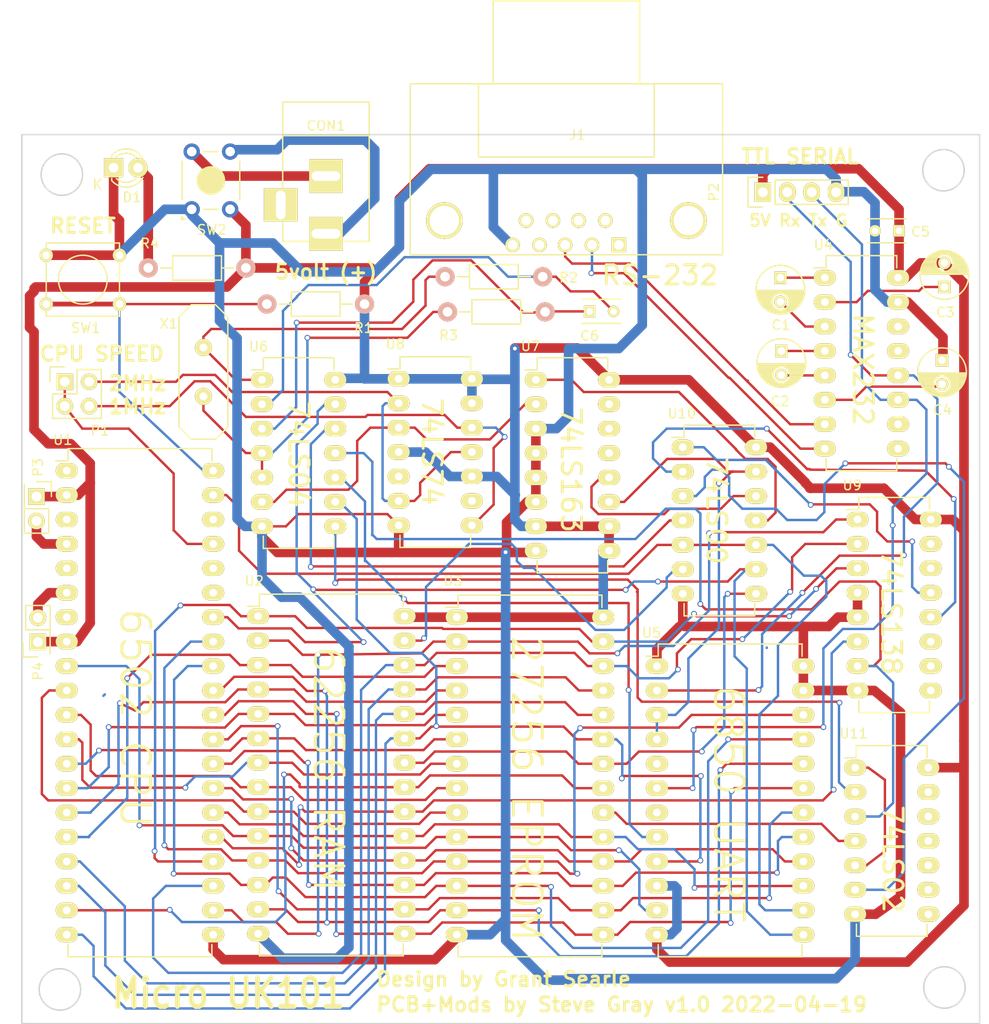
<source format=kicad_pcb>
(kicad_pcb (version 20211014) (generator pcbnew)
  (layers (0 "F.Cu" signal) (31 "B.Cu" signal) (34 "B.Paste" user) (35 "F.Paste" user) (36 "B.SilkS" user "B.Silkscreen") (37 "F.SilkS" user "F.Silkscreen") (38 "B.Mask" user) (39 "F.Mask" user) (44 "Edge.Cuts" user))
  (net 0 "")
  (net 1 "Net-(C1-Pad1)")
  (net 2 "Net-(C1-Pad2)")
  (net 3 "Net-(C2-Pad1)")
  (net 4 "Net-(C2-Pad2)")
  (net 5 "Net-(C3-Pad1)")
  (net 6 "Net-(C4-Pad2)")
  (net 7 "Net-(C6-Pad1)")
  (net 8 "Net-(C6-Pad2)")
  (net 9 "5V")
  (net 10 "GND")
  (net 11 "Rx")
  (net 12 "Tx")
  (net 13 "CLOCK")
  (net 14 "2MHz")
  (net 15 "1MHz")
  (net 16 "Net-(R2-Pad2)")
  (net 17 "Net-(R3-Pad1)")
  (net 18 "A0")
  (net 19 "A1")
  (net 20 "A2")
  (net 21 "A3")
  (net 22 "A4")
  (net 23 "A5")
  (net 24 "A6")
  (net 25 "A7")
  (net 26 "A8")
  (net 27 "A9")
  (net 28 "A10")
  (net 29 "A11")
  (net 30 "A12")
  (net 31 "A13")
  (net 32 "A14")
  (net 33 "A15")
  (net 34 "D7")
  (net 35 "D6")
  (net 36 "D5")
  (net 37 "D4")
  (net 38 "D3")
  (net 39 "D2")
  (net 40 "D1")
  (net 41 "D0")
  (net 42 "R/~{W}")
  (net 43 "Phi2")
  (net 44 "~{READ}")
  (net 45 "CS_ROM")
  (net 46 "BAUDCLK")
  (net 47 "CS_ACIA")
  (net 48 "4MHz")
  (net 49 "Net-(U11-Pad2)")
  (net 50 "Fxxx")
  (net 51 "Net-(U10-Pad4)")
  (net 52 "Net-(U10-Pad11)")
  (net 53 "Net-(U10-Pad12)")
  (net 54 "Bxxx")
  (net 55 "Axxx")
  (net 56 "Net-(U10-Pad3)")
  (net 57 "Net-(U11-Pad1)")
  (net 58 "Net-(CON1-Pad1)")
  (net 59 "Net-(CON1-Pad2)")
  (net 60 "Net-(D1-Pad2)")
  (net 61 "TTL_Rx")
  (net 62 "TTL_Tx")
  (net 63 "~{IRQ}")
  (net 64 "~{NMI}")
  (net 65 "RESET")
  (net 66 "~{WRITE}")
  (net 67 "Net-(CON1-Pad3)")
  (net 68 "Net-(J1-Pad1)")
  (net 69 "Net-(J1-Pad4)")
  (net 70 "Net-(J1-Pad9)")
  (net 71 "Net-(J1-Pad8)")
  (net 72 "Net-(J1-Pad7)")
  (net 73 "Net-(J1-Pad6)")
  (net 74 "VSS")
  (net 75 "Net-(U1-Pad3)")
  (net 76 "Net-(U1-Pad5)")
  (net 77 "Net-(U1-Pad7)")
  (net 78 "Net-(U1-Pad35)")
  (net 79 "Net-(U1-Pad36)")
  (net 80 "Net-(U1-Pad38)")
  (net 81 "Net-(U4-Pad9)")
  (net 82 "Net-(U4-Pad10)")
  (net 83 "Net-(U4-Pad13)")
  (net 84 "Net-(U4-Pad14)")
  (net 85 "Net-(U5-Pad5)")
  (net 86 "Net-(U5-Pad7)")
  (net 87 "Net-(U7-Pad13)")
  (net 88 "Net-(U7-Pad14)")
  (net 89 "Net-(U7-Pad15)")
  (net 90 "Net-(U8-Pad5)")
  (net 91 "Net-(U8-Pad9)")
  (net 92 "Exxx")
  (net 93 "Dxxx")
  (net 94 "Cxxx")
  (net 95 "9xxx")
  (net 96 "8xxx")
  (net 97 "Net-(U11-Pad8)")
  (net 98 "Net-(U11-Pad9)")
  (net 99 "Net-(U11-Pad10)")
  (net 100 "Net-(U11-Pad11)")
  (net 101 "Net-(U11-Pad12)")
  (net 102 "Net-(U11-Pad13)")
  (footprint "Capacitors_ThroughHole:C_Rect_L4_W2.5_P2.5" (layer "F.Cu") (at 124.46 47.4472 180)
    (fp_text reference "C5")
    (fp_text value "0.1uf")
  )
  (footprint "Capacitors_ThroughHole:C_Rect_L4_W2.5_P2.5" (layer "F.Cu") (at 92.2528 55.8292)
    (fp_text reference "C6")
    (fp_text value "470pF")
  )
  (footprint "Connect:BARREL_JACK" (layer "F.Cu") (at 64.8208 41.5544 -90)
    (fp_text reference "CON1")
    (fp_text value "BARREL_JACK")
  )
  (footprint "Pin_Headers:Pin_Header_Straight_2x02" (layer "F.Cu") (at 37.6428 63.1444)
    (fp_text reference "P1")
    (fp_text value "CONN_02X02")
  )
  (footprint "Resistors_ThroughHole:Resistor_Horizontal_RM10mm" (layer "F.Cu") (at 68.834 55.0672 180)
    (fp_text reference "R1")
    (fp_text value "4K7")
  )
  (footprint "Resistors_ThroughHole:Resistor_Horizontal_RM10mm" (layer "F.Cu") (at 87.376 52.2224 180)
    (fp_text reference "R2")
    (fp_text value "680")
  )
  (footprint "Resistors_ThroughHole:Resistor_Horizontal_RM10mm" (layer "F.Cu") (at 77.47 55.88)
    (fp_text reference "R3")
    (fp_text value "680")
  )
  (footprint "Buttons_Switches_ThroughHole:SW_PUSH_SMALL" (layer "F.Cu") (at 39.5224 52.5272 180)
    (fp_text reference "SW1")
    (fp_text value "SW_PUSH")
  )
  (footprint "Housings_DIP:DIP-40_W15.24mm_LongPads" (layer "F.Cu") (at 37.846 72.39)
    (fp_text reference "U1")
    (fp_text value "6502")
  )
  (footprint "Housings_DIP:DIP-16_W7.62mm_LongPads" (layer "F.Cu") (at 116.7384 52.324)
    (fp_text reference "U4")
    (fp_text value "MAX232")
  )
  (footprint "Housings_DIP:DIP-14_W7.62mm_LongPads" (layer "F.Cu") (at 58.166 62.9412)
    (fp_text reference "U6")
    (fp_text value "74LS04")
  )
  (footprint "Housings_DIP:DIP-16_W7.62mm_LongPads" (layer "F.Cu") (at 86.6648 62.9412)
    (fp_text reference "U7")
    (fp_text value "74LS163")
  )
  (footprint "Housings_DIP:DIP-14_W7.62mm_LongPads" (layer "F.Cu") (at 72.39 62.8396)
    (fp_text reference "U8")
    (fp_text value "74LS74")
  )
  (footprint "Housings_DIP:DIP-16_W7.62mm_LongPads" (layer "F.Cu") (at 120.142 77.47)
    (fp_text reference "U9")
    (fp_text value "74LS138")
  )
  (footprint "Housings_DIP:DIP-14_W7.62mm_LongPads" (layer "F.Cu") (at 101.9556 69.9516)
    (fp_text reference "U10")
    (fp_text value "74LS00")
  )
  (footprint "Housings_DIP:DIP-14_W7.62mm_LongPads" (layer "F.Cu") (at 119.888 103.2764)
    (fp_text reference "U11")
    (fp_text value "74LS02")
  )
  (footprint "Crystals:HC-18UV" (layer "F.Cu") (at 52.07 62.1284 -90)
    (fp_text reference "X1")
    (fp_text value "Crystal")
  )
  (footprint "Housings_DIP:DIP-28_W15.24mm_LongPads" (layer "F.Cu") (at 57.7596 87.5284)
    (fp_text reference "U2")
    (fp_text value "HM62256BLSP-7")
  )
  (footprint "Housings_DIP:DIP-28_W15.24mm_LongPads" (layer "F.Cu") (at 78.4352 87.63)
    (fp_text reference "U3")
    (fp_text value "27256")
  )
  (footprint "Housings_DIP:DIP-24_W15.24mm_LongPads" (layer "F.Cu") (at 99.2632 92.71)
    (fp_text reference "U5")
    (fp_text value "6850")
  )
  (footprint "LEDs:LED-3MM" (layer "F.Cu") (at 42.7228 40.894)
    (fp_text reference "D1")
    (fp_text value "LED")
  )
  (footprint "Resistors_ThroughHole:Resistor_Horizontal_RM10mm" (layer "F.Cu") (at 56.4896 51.308 180)
    (fp_text reference "R4")
    (fp_text value "470")
  )
  (footprint "Capacitors_ThroughHole:C_Radial_D5_L6_P2.5" (layer "F.Cu") (at 112.1156 52.324 -90)
    (fp_text reference "C1")
    (fp_text value "0.1uf")
  )
  (footprint "Capacitors_ThroughHole:C_Radial_D5_L6_P2.5" (layer "F.Cu") (at 112.2172 59.944 -90)
    (fp_text reference "C2")
    (fp_text value "0.1uf")
  )
  (footprint "Capacitors_ThroughHole:C_Radial_D5_L6_P2.5" (layer "F.Cu") (at 129.1844 53.2892 90)
    (fp_text reference "C3")
    (fp_text value "0.1uf")
  )
  (footprint "Capacitors_ThroughHole:C_Radial_D5_L6_P2.5" (layer "F.Cu") (at 128.9304 60.9092 -90)
    (fp_text reference "C4")
    (fp_text value "0.1uf")
  )
  (footprint "Buttons_Switches_ThroughHole:SW_TH_Tactile_Omron_B3F-10xx" (layer "F.Cu") (at 50.8508 45.212 90)
    (fp_text reference "SW2")
    (fp_text value "Switch_DPST")
  )
  (footprint "Pin_Headers:Pin_Header_Straight_1x04" (layer "F.Cu") (at 110.2868 43.434 90)
    (fp_text reference "P2")
    (fp_text value "CONN_01X04")
  )
  (footprint "Pin_Headers:Pin_Header_Straight_2x01" (layer "F.Cu") (at 34.6964 75.0824 -90)
    (fp_text reference "P3")
    (fp_text value "CONN_02X01")
  )
  (footprint "Pin_Headers:Pin_Header_Straight_2x01" (layer "F.Cu") (at 34.8488 90.2208 90)
    (fp_text reference "P4")
    (fp_text value "CONN_02X01")
  )
  (footprint "Connect:DB9MC" (layer "F.Cu") (at 89.7128 47.6504)
    (fp_text reference "J1")
    (fp_text value "DB9")
  )
  (gr_circle (center 37.338 41.6052) (end 38.862 43.1292) (layer "Edge.Cuts") (width 0.15) (fill none))
  (gr_circle (center 129.1844 126.1364) (end 130.7084 127.6604) (layer "Edge.Cuts") (width 0.15) (fill none))
  (gr_circle (center 37.1348 126.3396) (end 38.6588 127.8636) (layer "Edge.Cuts") (width 0.15) (fill none))
  (gr_line (start 33.1724 37.4396) (end 132.842 37.4396) (layer "Edge.Cuts") (width 0.15))
  (gr_line (start 132.842 37.4396) (end 132.842 129.8956) (layer "Edge.Cuts") (width 0.15))
  (gr_circle (center 129.0828 41.148) (end 130.6068 42.672) (layer "Edge.Cuts") (width 0.15) (fill none))
  (gr_line (start 33.1724 129.8956) (end 33.1724 37.4396) (layer "Edge.Cuts") (width 0.15))
  (gr_line (start 132.842 129.8956) (end 33.1724 129.8956) (layer "Edge.Cuts") (width 0.15))
  (gr_text "Micro UK101" (at 54.6608 126.746) (layer "F.SilkS") (effects (font (size 3 2.5) (thickness 0.5))))
  (gr_text "RS-232" (at 99.568 52.07) (layer "F.SilkS") (effects (font (size 2 2) (thickness 0.3))))
  (gr_text "RESET" (at 39.5224 46.9392) (layer "F.SilkS") (effects (font (size 1.5 1.5) (thickness 0.3))))
  (gr_text "74LS00" (at 105.4608 76.5556 270) (layer "F.SilkS") (effects (font (size 2 2) (thickness 0.3))))
  (gr_text "6850 UART" (at 106.7308 107.0864 270) (layer "F.SilkS") (effects (font (size 3 3) (thickness 0.3))))
  (gr_text "PCB+Mods by Steve Gray v1.0 2022-04-19" (at 69.9008 127.9144) (layer "F.SilkS") (effects (font (size 1.5 1.5) (thickness 0.3)) (justify left)))
  (gr_text "TTL SERIAL" (at 114.1476 39.7256) (layer "F.SilkS") (effects (font (size 1.5 1.5) (thickness 0.3))))
  (gr_text "5V Rx Tx G" (at 113.9952 46.3804) (layer "F.SilkS") (effects (font (size 1.2 1.2) (thickness 0.25))))
  (gr_text "27256 EPROM" (at 85.6996 105.4608 270) (layer "F.SilkS") (effects (font (size 3 3) (thickness 0.3))))
  (gr_text "74LS138" (at 123.6472 87.122 270) (layer "F.SilkS") (effects (font (size 2 2) (thickness 0.3))))
  (gr_text "CPU SPEED" (at 41.5036 60.2488) (layer "F.SilkS") (effects (font (size 1.5 1.5) (thickness 0.3))))
  (gr_text "6502 CPU" (at 44.958 98.1456 270) (layer "F.SilkS") (effects (font (size 3 3) (thickness 0.3))))
  (gr_text "MAX232" (at 120.7008 61.8744 270) (layer "F.SilkS") (effects (font (size 2 2) (thickness 0.3))))
  (gr_text "74LS04" (at 61.976 70.6628 270) (layer "F.SilkS") (effects (font (size 2 2) (thickness 0.3))))
  (gr_text "74LS163" (at 90.3224 72.2884 270) (layer "F.SilkS") (effects (font (size 2 2) (thickness 0.3))))
  (gr_text "2MHz\n1MHz" (at 45.212 64.516) (layer "F.SilkS") (effects (font (size 1.5 1.5) (thickness 0.3))))
  (gr_text "Design by Grant Searle" (at 69.9008 125.2728) (layer "F.SilkS") (effects (font (size 1.5 1.5) (thickness 0.3)) (justify left)))
  (gr_text "5volt (+)" (at 64.8208 51.7144) (layer "F.SilkS") (effects (font (size 1.5 1.5) (thickness 0.3))))
  (gr_text "74LS02" (at 123.7996 112.776 270) (layer "F.SilkS") (effects (font (size 2 2) (thickness 0.3))))
  (gr_text "74LS74" (at 75.8444 70.4088 270) (layer "F.SilkS") (effects (font (size 2 2) (thickness 0.3))))
  (gr_text "62256 RAM" (at 65.0748 103.4288 270) (layer "F.SilkS") (effects (font (size 3 3) (thickness 0.3))))
  (segment (start 41.8084 95.6564) (end 41.656 95.8088) (width 0.25) (layer "B.Cu") (net 0))
  (segment (start 110.6932 90.7796) (end 110.6932 90.8304) (width 0.25) (layer "B.Cu") (net 0))
  (segment (start 112.1156 52.324) (end 116.7384 52.324) (width 0.25) (layer "F.Cu") (net 1))
  (segment (start 114.6956 57.404) (end 112.1156 54.824) (width 0.25) (layer "F.Cu") (net 2))
  (segment (start 116.7384 57.404) (end 114.6956 57.404) (width 0.25) (layer "F.Cu") (net 2))
  (segment (start 116.7384 59.944) (end 112.2172 59.944) (width 0.25) (layer "F.Cu") (net 3))
  (segment (start 112.2572 62.484) (end 112.2172 62.444) (width 0.25) (layer "F.Cu") (net 4))
  (segment (start 116.7384 62.484) (end 112.2572 62.484) (width 0.25) (layer "F.Cu") (net 4))
  (segment (start 126.9492 53.2892) (end 126.5428 53.6956) (width 0.25) (layer "F.Cu") (net 5))
  (segment (start 126.5428 53.6956) (end 121.2088 53.6956) (width 0.25) (layer "F.Cu") (net 5))
  (segment (start 121.2088 53.6956) (end 120.0404 54.864) (width 0.25) (layer "F.Cu") (net 5))
  (segment (start 120.0404 54.864) (end 116.7384 54.864) (width 0.25) (layer "F.Cu") (net 5))
  (segment (start 129.1844 53.2892) (end 126.9492 53.2892) (width 0.25) (layer "F.Cu") (net 5))
  (segment (start 119.6848 65.024) (end 121.0564 63.6524) (width 0.25) (layer "F.Cu") (net 6))
  (segment (start 121.0564 63.6524) (end 128.6872 63.6524) (width 0.25) (layer "F.Cu") (net 6))
  (segment (start 128.6872 63.6524) (end 128.9304 63.4092) (width 0.25) (layer "F.Cu") (net 6))
  (segment (start 116.7384 65.024) (end 119.6848 65.024) (width 0.25) (layer "F.Cu") (net 6))
  (segment (start 87.6808 55.8292) (end 87.63 55.88) (width 0.25) (layer "F.Cu") (net 7))
  (segment (start 85.344 55.9308) (end 87.5792 55.9308) (width 0.25) (layer "F.Cu") (net 7))
  (segment (start 87.5792 55.9308) (end 87.63 55.88) (width 0.25) (layer "F.Cu") (net 7))
  (segment (start 79.9338 50.5206) (end 85.344 55.9308) (width 0.25) (layer "F.Cu") (net 7))
  (segment (start 75.9206 50.5206) (end 73.914 52.5272) (width 0.25) (layer "F.Cu") (net 7))
  (segment (start 73.914 52.5272) (end 73.914 54.8132) (width 0.25) (layer "F.Cu") (net 7))
  (segment (start 73.914 54.8132) (end 71.7296 56.9976) (width 0.25) (layer "F.Cu") (net 7))
  (segment (start 71.7296 56.9976) (end 61.7728 56.9976) (width 0.25) (layer "F.Cu") (net 7))
  (segment (start 79.9338 50.5206) (end 75.9206 50.5206) (width 0.25) (layer "F.Cu") (net 7))
  (segment (start 92.2528 55.8292) (end 87.6808 55.8292) (width 0.25) (layer "F.Cu") (net 7))
  (via (at 61.7728 56.9976) (size 0.6) (drill 0.4) (layers "F.Cu" "B.Cu") (net 7))
  (segment (start 61.722 65.786) (end 61.722 60.6044) (width 0.25) (layer "B.Cu") (net 7))
  (segment (start 61.7728 56.9976) (end 61.722 56.9976) (width 0.25) (layer "B.Cu") (net 7))
  (segment (start 58.166 68.0212) (end 59.4868 68.0212) (width 0.25) (layer "B.Cu") (net 7))
  (segment (start 61.722 60.6044) (end 61.722 56.9976) (width 0.25) (layer "B.Cu") (net 7))
  (segment (start 59.4868 68.0212) (end 61.722 65.786) (width 0.25) (layer "B.Cu") (net 7))
  (segment (start 88.7476 52.2224) (end 90.2716 53.7464) (width 0.25) (layer "F.Cu") (net 8))
  (segment (start 90.2716 53.7464) (end 92.67 53.7464) (width 0.25) (layer "F.Cu") (net 8))
  (segment (start 92.67 53.7464) (end 94.7528 55.8292) (width 0.25) (layer "F.Cu") (net 8))
  (segment (start 87.376 52.2224) (end 88.7476 52.2224) (width 0.25) (layer "F.Cu") (net 8))
  (segment (start 60.3504 55.7784) (end 60.3504 57.5564) (width 0.25) (layer "B.Cu") (net 8))
  (segment (start 58.8772 65.4812) (end 60.3504 64.008) (width 0.25) (layer "B.Cu") (net 8))
  (segment (start 60.3504 64.008) (end 60.3504 57.5564) (width 0.25) (layer "B.Cu") (net 8))
  (segment (start 61.7982 54.3306) (end 60.3504 55.7784) (width 0.25) (layer "B.Cu") (net 8))
  (segment (start 61.7982 54.2798) (end 62.992 53.086) (width 0.25) (layer "B.Cu") (net 8))
  (segment (start 81.7372 50.1904) (end 83.7692 52.2224) (width 0.25) (layer "B.Cu") (net 8))
  (segment (start 73.1012 50.1904) (end 81.7372 50.1904) (width 0.25) (layer "B.Cu") (net 8))
  (segment (start 72.9996 50.1904) (end 70.104 53.086) (width 0.25) (layer "B.Cu") (net 8))
  (segment (start 70.104 53.086) (end 62.992 53.086) (width 0.25) (layer "B.Cu") (net 8))
  (segment (start 58.166 65.4812) (end 58.8772 65.4812) (width 0.25) (layer "B.Cu") (net 8))
  (segment (start 87.376 52.2224) (end 83.7692 52.2224) (width 0.25) (layer "B.Cu") (net 8))
  (segment (start 73.1012 50.1904) (end 72.9996 50.1904) (width 0.25) (layer "B.Cu") (net 8))
  (segment (start 61.7982 54.3306) (end 61.7982 54.2798) (width 0.25) (layer "B.Cu") (net 8))
  (segment (start 125.1712 52.324) (end 126.706 50.7892) (width 1) (layer "F.Cu") (net 9))
  (segment (start 126.706 50.7892) (end 129.1844 50.7892) (width 1) (layer "F.Cu") (net 9))
  (segment (start 124.46 52.2224) (end 124.3584 52.324) (width 0.25) (layer "F.Cu") (net 9))
  (segment (start 56.4896 46.8508) (end 54.8508 45.212) (width 1) (layer "F.Cu") (net 9))
  (segment (start 131.2164 100.4824) (end 131.2164 78.6384) (width 1) (layer "F.Cu") (net 9))
  (segment (start 131.2164 78.6384) (end 130.048 77.47) (width 1) (layer "F.Cu") (net 9))
  (segment (start 130.048 77.47) (end 127.762 77.47) (width 1) (layer "F.Cu") (net 9))
  (segment (start 129.1844 50.8508) (end 131.2164 52.8828) (width 1) (layer "F.Cu") (net 9))
  (segment (start 131.2164 52.8828) (end 131.2164 78.6384) (width 1) (layer "F.Cu") (net 9))
  (segment (start 126.1364 77.47) (end 122.8852 74.2188) (width 1) (layer "F.Cu") (net 9))
  (segment (start 122.8852 74.2188) (end 115.2652 74.2188) (width 1) (layer "F.Cu") (net 9))
  (segment (start 112.4204 71.3232) (end 111.0488 69.9516) (width 1) (layer "F.Cu") (net 9))
  (segment (start 109.5756 69.9516) (end 111.0488 69.9516) (width 1) (layer "F.Cu") (net 9))
  (segment (start 94.6912 63.3476) (end 94.2848 62.9412) (width 0.25) (layer "F.Cu") (net 9))
  (segment (start 73.1012 87.63) (end 72.9996 87.5284) (width 0.25) (layer "F.Cu") (net 9))
  (segment (start 90.9828 59.6392) (end 94.2848 62.9412) (width 1) (layer "F.Cu") (net 9))
  (segment (start 34.4424 53.4416) (end 34.5948 53.2892) (width 0.25) (layer "F.Cu") (net 9))
  (segment (start 34.5948 53.2892) (end 54.5084 53.2892) (width 1) (layer "F.Cu") (net 9))
  (segment (start 54.5084 53.2892) (end 56.4896 51.308) (width 1) (layer "F.Cu") (net 9))
  (segment (start 34.4424 53.7464) (end 33.9852 54.2036) (width 1) (layer "F.Cu") (net 9))
  (segment (start 33.9852 54.2036) (end 33.9852 57.5056) (width 1) (layer "F.Cu") (net 9))
  (segment (start 102.5652 62.9412) (end 109.5756 69.9516) (width 1) (layer "F.Cu") (net 9))
  (segment (start 56.4896 47.8536) (end 56.4896 46.8508) (width 1) (layer "F.Cu") (net 9))
  (segment (start 84.4804 59.69) (end 84.4804 59.6392) (width 1) (layer "F.Cu") (net 9))
  (segment (start 84.4804 59.6392) (end 90.9828 59.6392) (width 1) (layer "F.Cu") (net 9))
  (segment (start 131.2164 117.602) (end 125.3236 123.4948) (width 1) (layer "F.Cu") (net 9))
  (segment (start 125.3236 123.4948) (end 100.584 123.4948) (width 1) (layer "F.Cu") (net 9))
  (segment (start 100.584 123.4948) (end 99.2632 122.174) (width 1) (layer "F.Cu") (net 9))
  (segment (start 99.2632 122.174) (end 99.2632 120.65) (width 1) (layer "F.Cu") (net 9))
  (segment (start 131.2164 103.2764) (end 131.2164 117.602) (width 1) (layer "F.Cu") (net 9))
  (segment (start 34.4424 57.9628) (end 33.9852 57.5056) (width 1) (layer "F.Cu") (net 9))
  (segment (start 124.46 45.212) (end 120.2436 40.9956) (width 1) (layer "F.Cu") (net 9))
  (segment (start 120.2436 40.9956) (end 110.8456 40.9956) (width 1) (layer "F.Cu") (net 9))
  (segment (start 110.8456 40.9956) (end 110.2868 41.5544) (width 1) (layer "F.Cu") (net 9))
  (segment (start 110.2868 41.5544) (end 110.2868 43.434) (width 1) (layer "F.Cu") (net 9))
  (segment (start 38.9128 90.17) (end 40.2844 88.2396) (width 1) (layer "F.Cu") (net 9))
  (segment (start 40.2844 88.2396) (end 40.2844 73.66) (width 1) (layer "F.Cu") (net 9))
  (segment (start 40.2844 71.628) (end 38.2524 69.596) (width 1) (layer "F.Cu") (net 9))
  (segment (start 38.2524 69.596) (end 35.9156 69.596) (width 1) (layer "F.Cu") (net 9))
  (segment (start 35.9156 69.596) (end 34.4424 68.1228) (width 1) (layer "F.Cu") (net 9))
  (segment (start 34.4424 68.1228) (end 34.4424 57.9628) (width 1) (layer "F.Cu") (net 9))
  (segment (start 39.0144 74.93) (end 40.2844 73.66) (width 1) (layer "F.Cu") (net 9))
  (segment (start 40.2844 73.66) (end 40.2844 71.628) (width 1) (layer "F.Cu") (net 9))
  (segment (start 37.6936 75.0824) (end 37.846 74.93) (width 1) (layer "F.Cu") (net 9))
  (segment (start 34.8996 90.17) (end 34.8488 90.2208) (width 1) (layer "F.Cu") (net 9))
  (segment (start 114.7064 73.6092) (end 114.7064 73.66) (width 1) (layer "F.Cu") (net 9))
  (segment (start 114.7064 73.66) (end 115.2652 74.2188) (width 1) (layer "F.Cu") (net 9))
  (segment (start 115.2652 74.2188) (end 115.1636 74.2188) (width 1) (layer "F.Cu") (net 9))
  (segment (start 127.508 103.2764) (end 128.4224 103.2764) (width 1) (layer "F.Cu") (net 9))
  (segment (start 37.846 90.17) (end 38.9128 90.17) (width 1) (layer "F.Cu") (net 9))
  (segment (start 75.5904 40.9956) (end 110.8456 40.9956) (width 1) (layer "F.Cu") (net 9))
  (segment (start 124.46 47.4472) (end 124.46 52.2224) (width 1) (layer "F.Cu") (net 9))
  (segment (start 129.1844 50.7892) (end 129.1844 50.8508) (width 0.25) (layer "F.Cu") (net 9))
  (segment (start 94.2848 62.9412) (end 102.5652 62.9412) (width 1) (layer "F.Cu") (net 9))
  (segment (start 72.4662 44.1198) (end 75.5904 40.9956) (width 1) (layer "F.Cu") (net 9))
  (segment (start 94.2848 78.1812) (end 86.6648 78.1812) (width 1) (layer "F.Cu") (net 9))
  (segment (start 56.4896 51.308) (end 69.4944 51.308) (width 1) (layer "F.Cu") (net 9))
  (segment (start 127.762 77.47) (end 126.1364 77.47) (width 1) (layer "F.Cu") (net 9))
  (segment (start 68.834 55.0672) (end 68.834 52.7812) (width 1) (layer "F.Cu") (net 9))
  (segment (start 72.4662 49.149) (end 72.4662 44.1198) (width 1) (layer "F.Cu") (net 9))
  (segment (start 78.4352 87.63) (end 73.1012 87.63) (width 1) (layer "F.Cu") (net 9))
  (segment (start 56.4896 51.308) (end 56.4896 47.8536) (width 1) (layer "F.Cu") (net 9))
  (segment (start 127.508 103.2764) (end 131.2164 103.2764) (width 1) (layer "F.Cu") (net 9))
  (segment (start 124.3584 52.324) (end 125.1712 52.324) (width 1) (layer "F.Cu") (net 9))
  (segment (start 69.4944 51.308) (end 69.9008 51.7144) (width 1) (layer "F.Cu") (net 9))
  (segment (start 69.9008 51.7144) (end 72.4662 49.149) (width 1) (layer "F.Cu") (net 9))
  (segment (start 78.4352 87.63) (end 93.6752 87.63) (width 1) (layer "F.Cu") (net 9))
  (segment (start 109.5756 69.9516) (end 102.9716 63.3476) (width 0.25) (layer "F.Cu") (net 9))
  (segment (start 94.2848 80.7212) (end 94.2848 78.1812) (width 1) (layer "F.Cu") (net 9))
  (segment (start 37.846 74.93) (end 39.0144 74.93) (width 1) (layer "F.Cu") (net 9))
  (segment (start 37.846 90.17) (end 34.8996 90.17) (width 1) (layer "F.Cu") (net 9))
  (segment (start 34.6964 75.0824) (end 37.6936 75.0824) (width 1) (layer "F.Cu") (net 9))
  (segment (start 112.4204 71.3232) (end 114.7064 73.6092) (width 1) (layer "F.Cu") (net 9))
  (segment (start 124.46 47.4472) (end 124.46 45.212) (width 1) (layer "F.Cu") (net 9))
  (segment (start 131.2164 100.4824) (end 131.2164 103.2764) (width 1) (layer "F.Cu") (net 9))
  (segment (start 68.834 52.7812) (end 69.9008 51.7144) (width 1) (layer "F.Cu") (net 9))
  (segment (start 34.4424 53.4416) (end 34.4424 53.7464) (width 1) (layer "F.Cu") (net 9))
  (via (at 84.4804 59.69) (size 0.6) (drill 0.4) (layers "F.Cu" "B.Cu") (net 9))
  (segment (start 100.6856 120.65) (end 101.346 119.9896) (width 1) (layer "B.Cu") (net 9))
  (segment (start 101.346 119.9896) (end 101.346 115.824) (width 1) (layer "B.Cu") (net 9))
  (segment (start 101.346 115.824) (end 101.092 115.57) (width 1) (layer "B.Cu") (net 9))
  (segment (start 101.092 115.57) (end 99.2632 115.57) (width 1) (layer "B.Cu") (net 9))
  (segment (start 86.6648 78.1812) (end 85.2932 78.1812) (width 1) (layer "B.Cu") (net 9))
  (segment (start 84.5312 74.93) (end 82.6008 72.9996) (width 1) (layer "B.Cu") (net 9))
  (segment (start 82.6008 72.9996) (end 80.01 72.9996) (width 1) (layer "B.Cu") (net 9))
  (segment (start 84.4804 66.6496) (end 84.4804 74.8792) (width 1) (layer "B.Cu") (net 9))
  (segment (start 84.4804 74.8792) (end 84.5312 74.93) (width 0.25) (layer "B.Cu") (net 9))
  (segment (start 77.724 72.9996) (end 75.184 70.4596) (width 1) (layer "B.Cu") (net 9))
  (segment (start 75.184 70.4596) (end 72.39 70.4596) (width 1) (layer "B.Cu") (net 9))
  (segment (start 85.1408 78.1812) (end 84.4804 77.5208) (width 1) (layer "B.Cu") (net 9))
  (segment (start 84.4804 77.5208) (end 84.4804 74.8792) (width 1) (layer "B.Cu") (net 9))
  (segment (start 94.0308 80.7212) (end 93.6752 81.0768) (width 1) (layer "B.Cu") (net 9))
  (segment (start 93.6752 81.0768) (end 93.6752 87.63) (width 1) (layer "B.Cu") (net 9))
  (segment (start 68.834 62.8396) (end 72.39 62.8396) (width 1) (layer "B.Cu") (net 9))
  (segment (start 68.834 62.7888) (end 68.834 62.8396) (width 1) (layer "B.Cu") (net 9))
  (segment (start 65.9384 62.7888) (end 65.786 62.9412) (width 1) (layer "B.Cu") (net 9))
  (segment (start 80.01 62.8396) (end 80.0608 62.8904) (width 1) (layer "B.Cu") (net 9))
  (segment (start 80.0608 62.8904) (end 84.4804 62.8904) (width 1) (layer "B.Cu") (net 9))
  (segment (start 84.4804 62.8904) (end 84.4804 59.69) (width 1) (layer "B.Cu") (net 9))
  (segment (start 68.834 55.0672) (end 68.834 62.7888) (width 1) (layer "B.Cu") (net 9))
  (segment (start 80.01 65.3796) (end 80.01 62.8396) (width 1) (layer "B.Cu") (net 9))
  (segment (start 72.39 62.8396) (end 80.01 62.8396) (width 1) (layer "B.Cu") (net 9))
  (segment (start 68.834 62.7888) (end 65.9384 62.7888) (width 1) (layer "B.Cu") (net 9))
  (segment (start 84.4804 66.6496) (end 84.4804 62.8904) (width 1) (layer "B.Cu") (net 9))
  (segment (start 99.2632 120.65) (end 100.6856 120.65) (width 1) (layer "B.Cu") (net 9))
  (segment (start 85.2932 78.1812) (end 85.1408 78.1812) (width 1) (layer "B.Cu") (net 9))
  (segment (start 80.01 72.9996) (end 77.724 72.9996) (width 1) (layer "B.Cu") (net 9))
  (segment (start 94.2848 80.7212) (end 94.0308 80.7212) (width 1) (layer "B.Cu") (net 9))
  (segment (start 86.6648 78.1812) (end 85.6996 78.1812) (width 0.25) (layer "B.Cu") (net 9))
  (segment (start 125.3744 54.864) (end 129.032 58.5216) (width 1) (layer "F.Cu") (net 10))
  (segment (start 129.032 58.5216) (end 129.032 60.8076) (width 1) (layer "F.Cu") (net 10))
  (segment (start 129.032 60.8076) (end 128.9304 60.9092) (width 0.25) (layer "F.Cu") (net 10))
  (segment (start 43.3324 49.9872) (end 43.3324 46.3804) (width 1) (layer "F.Cu") (net 10))
  (segment (start 43.3324 46.3804) (end 42.7228 45.7708) (width 1) (layer "F.Cu") (net 10))
  (segment (start 42.7228 45.7708) (end 42.7228 40.894) (width 1) (layer "F.Cu") (net 10))
  (segment (start 117.2972 95.25) (end 114.5032 95.25) (width 1) (layer "F.Cu") (net 10))
  (segment (start 99.2632 90.932) (end 101.6 88.5952) (width 1) (layer "F.Cu") (net 10))
  (segment (start 101.6 88.5952) (end 102.1588 88.5952) (width 0.25) (layer "F.Cu") (net 10))
  (segment (start 111.4044 88.5952) (end 105.3592 88.5952) (width 1) (layer "F.Cu") (net 10))
  (segment (start 117.1448 88.5952) (end 118.11 87.63) (width 1) (layer "F.Cu") (net 10))
  (segment (start 118.11 87.63) (end 120.142 87.63) (width 1) (layer "F.Cu") (net 10))
  (segment (start 78.4352 120.9548) (end 76.1492 123.2408) (width 1) (layer "F.Cu") (net 10))
  (segment (start 76.1492 123.2408) (end 60.452 123.2408) (width 1) (layer "F.Cu") (net 10))
  (segment (start 60.452 123.2408) (end 57.7596 120.5484) (width 1) (layer "F.Cu") (net 10))
  (segment (start 121.8692 95.25) (end 124.6124 97.536) (width 1) (layer "F.Cu") (net 10))
  (segment (start 124.6124 97.536) (end 124.6124 116.6876) (width 1) (layer "F.Cu") (net 10))
  (segment (start 124.6124 116.6876) (end 122.0216 118.5164) (width 1) (layer "F.Cu") (net 10))
  (segment (start 122.0216 118.5164) (end 119.888 118.5164) (width 1) (layer "F.Cu") (net 10))
  (segment (start 86.6648 70.5612) (end 86.6648 73.1012) (width 1) (layer "F.Cu") (net 10))
  (segment (start 86.6648 73.1012) (end 86.6648 75.6412) (width 1) (layer "F.Cu") (net 10))
  (segment (start 86.6648 75.6412) (end 86.5124 75.7936) (width 0.25) (layer "F.Cu") (net 10))
  (segment (start 114.5032 88.5952) (end 117.1448 88.5952) (width 1) (layer "F.Cu") (net 10))
  (segment (start 101.9556 88.392) (end 102.1588 88.5952) (width 0.25) (layer "F.Cu") (net 10))
  (segment (start 102.1588 88.5952) (end 105.3592 88.5952) (width 1) (layer "F.Cu") (net 10))
  (segment (start 85.7504 75.6412) (end 83.6168 77.7748) (width 1) (layer "F.Cu") (net 10))
  (segment (start 83.6168 77.7748) (end 83.6168 80.9244) (width 1) (layer "F.Cu") (net 10))
  (segment (start 83.82 80.7212) (end 86.6648 80.7212) (width 0.25) (layer "F.Cu") (net 10))
  (segment (start 86.487 80.899) (end 86.6648 80.7212) (width 0.25) (layer "F.Cu") (net 10))
  (segment (start 58.166 79.2988) (end 59.7662 80.899) (width 1) (layer "F.Cu") (net 10))
  (segment (start 59.7662 80.899) (end 72.8218 80.899) (width 1) (layer "F.Cu") (net 10))
  (segment (start 83.5152 80.8736) (end 83.5152 80.899) (width 0.25) (layer "F.Cu") (net 10))
  (segment (start 83.5152 80.899) (end 86.487 80.899) (width 1) (layer "F.Cu") (net 10))
  (segment (start 60.6552 78.1812) (end 61.9252 76.9112) (width 0.25) (layer "F.Cu") (net 10))
  (segment (start 61.9252 76.9112) (end 71.2216 76.9112) (width 0.25) (layer "F.Cu") (net 10))
  (segment (start 71.2216 76.9112) (end 72.39 78.0796) (width 0.25) (layer "F.Cu") (net 10))
  (segment (start 54.1528 123.2408) (end 53.086 122.174) (width 1) (layer "F.Cu") (net 10))
  (segment (start 53.086 122.174) (end 53.086 120.65) (width 1) (layer "F.Cu") (net 10))
  (segment (start 72.8218 80.899) (end 83.5152 80.899) (width 1) (layer "F.Cu") (net 10))
  (segment (start 58.166 78.1812) (end 58.166 79.2988) (width 1) (layer "F.Cu") (net 10))
  (segment (start 58.166 78.1812) (end 60.6552 78.1812) (width 0.25) (layer "F.Cu") (net 10))
  (segment (start 114.5032 91.6432) (end 114.5032 88.5952) (width 1) (layer "F.Cu") (net 10))
  (segment (start 86.6648 75.6412) (end 85.7504 75.6412) (width 1) (layer "F.Cu") (net 10))
  (segment (start 120.142 87.63) (end 120.142 85.09) (width 1) (layer "F.Cu") (net 10))
  (segment (start 78.4352 120.65) (end 78.4352 120.9548) (width 0.25) (layer "F.Cu") (net 10))
  (segment (start 114.5032 92.71) (end 114.5032 91.6432) (width 1) (layer "F.Cu") (net 10))
  (segment (start 101.9556 85.1916) (end 101.9556 88.392) (width 1) (layer "F.Cu") (net 10))
  (segment (start 72.39 78.0796) (end 72.39 80.4672) (width 1) (layer "F.Cu") (net 10))
  (segment (start 124.3584 54.864) (end 125.3744 54.864) (width 1) (layer "F.Cu") (net 10))
  (segment (start 99.2632 92.71) (end 99.2632 90.932) (width 1) (layer "F.Cu") (net 10))
  (segment (start 60.452 123.2408) (end 54.1528 123.2408) (width 1) (layer "F.Cu") (net 10))
  (segment (start 35.7124 49.9872) (end 43.3324 49.9872) (width 1) (layer "F.Cu") (net 10))
  (segment (start 120.142 95.25) (end 121.8692 95.25) (width 1) (layer "F.Cu") (net 10))
  (segment (start 111.4044 88.5952) (end 114.5032 88.5952) (width 1) (layer "F.Cu") (net 10))
  (segment (start 114.5032 95.25) (end 114.5032 92.71) (width 1) (layer "F.Cu") (net 10))
  (segment (start 86.6648 68.0212) (end 86.6648 70.5612) (width 1) (layer "F.Cu") (net 10))
  (segment (start 120.142 95.25) (end 117.2972 95.25) (width 1) (layer "F.Cu") (net 10))
  (via (at 83.5152 80.8736) (size 0.6) (drill 0.4) (layers "F.Cu" "B.Cu") (net 10))
  (segment (start 123.2408 54.864) (end 121.96 53.5832) (width 1) (layer "B.Cu") (net 10))
  (segment (start 121.96 53.5832) (end 121.96 47.4472) (width 1) (layer "B.Cu") (net 10))
  (segment (start 43.3324 49.9364) (end 48.0568 45.212) (width 1) (layer "B.Cu") (net 10))
  (segment (start 48.0568 45.212) (end 50.8508 45.212) (width 1) (layer "B.Cu") (net 10))
  (segment (start 97.7392 50.0888) (end 97.7392 57.2516) (width 1) (layer "B.Cu") (net 10))
  (segment (start 97.7392 57.2516) (end 95.3008 59.69) (width 1) (layer "B.Cu") (net 10))
  (segment (start 95.3008 59.69) (end 90.0684 59.69) (width 1) (layer "B.Cu") (net 10))
  (segment (start 88.7984 68.0212) (end 90.0684 66.7512) (width 1) (layer "B.Cu") (net 10))
  (segment (start 90.0684 66.7512) (end 90.0684 59.69) (width 1) (layer "B.Cu") (net 10))
  (segment (start 60.2996 123.0884) (end 65.9892 123.0884) (width 1) (layer "B.Cu") (net 10))
  (segment (start 65.9892 123.0884) (end 67.2084 121.9708) (width 1) (layer "B.Cu") (net 10))
  (segment (start 67.2084 121.9708) (end 67.2084 91.2876) (width 1) (layer "B.Cu") (net 10))
  (segment (start 60.198 85.5472) (end 58.166 83.5152) (width 1) (layer "B.Cu") (net 10))
  (segment (start 58.166 83.5152) (end 58.166 78.1812) (width 1) (layer "B.Cu") (net 10))
  (segment (start 50.8508 45.8216) (end 53.594 48.5648) (width 1) (layer "B.Cu") (net 10))
  (segment (start 53.7464 48.7172) (end 53.7464 56.7944) (width 1) (layer "B.Cu") (net 10))
  (segment (start 53.7464 56.7944) (end 55.5752 58.6232) (width 1) (layer "B.Cu") (net 10))
  (segment (start 56.388 78.1812) (end 55.5752 77.3684) (width 1) (layer "B.Cu") (net 10))
  (segment (start 55.5752 77.3684) (end 55.5752 58.6232) (width 1) (layer "B.Cu") (net 10))
  (segment (start 53.594 48.5648) (end 53.7464 48.7172) (width 1) (layer "B.Cu") (net 10))
  (segment (start 67.2084 90.678) (end 62.0776 85.5472) (width 1) (layer "B.Cu") (net 10))
  (segment (start 62.0776 85.5472) (end 60.198 85.5472) (width 1) (layer "B.Cu") (net 10))
  (segment (start 81.8896 120.65) (end 83.5152 119.0244) (width 1) (layer "B.Cu") (net 10))
  (segment (start 83.5152 119.0244) (end 83.5152 80.8736) (width 1) (layer "B.Cu") (net 10))
  (segment (start 102.108 41.0464) (end 116.8908 41.0464) (width 1) (layer "B.Cu") (net 10))
  (segment (start 116.8908 41.0464) (end 117.9068 42.0624) (width 1) (layer "B.Cu") (net 10))
  (segment (start 117.9068 42.0624) (end 117.9068 43.434) (width 1) (layer "B.Cu") (net 10))
  (segment (start 117.9068 43.434) (end 117.9576 43.3832) (width 1) (layer "B.Cu") (net 10))
  (segment (start 117.9576 43.3832) (end 120.8024 43.3832) (width 1) (layer "B.Cu") (net 10))
  (segment (start 120.8024 43.3832) (end 121.96 44.5408) (width 1) (layer "B.Cu") (net 10))
  (segment (start 121.96 44.5408) (end 121.96 47.4472) (width 1) (layer "B.Cu") (net 10))
  (segment (start 75.7428 41.0464) (end 73.8632 42.926) (width 1) (layer "B.Cu") (net 10))
  (segment (start 73.8632 42.926) (end 73.8632 42.8752) (width 1) (layer "B.Cu") (net 10))
  (segment (start 97.7392 45.72) (end 97.7392 48.1584) (width 1) (layer "B.Cu") (net 10))
  (segment (start 97.7392 41.7068) (end 97.0788 41.0464) (width 1) (layer "B.Cu") (net 10))
  (segment (start 97.0788 41.0464) (end 82.2408 41.0464) (width 1) (layer "B.Cu") (net 10))
  (segment (start 97.7392 48.1584) (end 97.7392 50.0888) (width 1) (layer "B.Cu") (net 10))
  (segment (start 84.1068 48.9204) (end 82.2408 47.0544) (width 1) (layer "B.Cu") (net 10))
  (segment (start 82.2408 47.0544) (end 82.2408 41.0464) (width 1) (layer "B.Cu") (net 10))
  (segment (start 82.2408 41.0464) (end 75.7428 41.0464) (width 1) (layer "B.Cu") (net 10))
  (segment (start 89.916 125.3744) (end 90.0684 125.222) (width 1) (layer "B.Cu") (net 10))
  (segment (start 83.5152 119.0244) (end 83.5152 121.2088) (width 1) (layer "B.Cu") (net 10))
  (segment (start 83.5152 121.2088) (end 87.6808 125.3744) (width 1) (layer "B.Cu") (net 10))
  (segment (start 58.166 78.1812) (end 56.388 78.1812) (width 1) (layer "B.Cu") (net 10))
  (segment (start 59.2836 48.7172) (end 53.7464 48.7172) (width 1) (layer "B.Cu") (net 10))
  (segment (start 67.2084 91.2876) (end 67.2084 90.678) (width 1) (layer "B.Cu") (net 10))
  (segment (start 72.4408 44.3484) (end 72.4408 49.1744) (width 1) (layer "B.Cu") (net 10))
  (segment (start 119.888 123.2408) (end 119.888 118.5164) (width 1) (layer "B.Cu") (net 10))
  (segment (start 57.7596 120.5484) (end 60.2996 123.0884) (width 1) (layer "B.Cu") (net 10))
  (segment (start 75.7428 41.0464) (end 72.4408 44.3484) (width 1) (layer "B.Cu") (net 10))
  (segment (start 102.108 41.0464) (end 97.0788 41.0464) (width 1) (layer "B.Cu") (net 10))
  (segment (start 72.4408 49.1744) (end 69.9008 51.7144) (width 1) (layer "B.Cu") (net 10))
  (segment (start 84.2518 48.9204) (end 84.1068 48.9204) (width 1) (layer "B.Cu") (net 10))
  (segment (start 87.6808 125.3744) (end 89.916 125.3744) (width 1) (layer "B.Cu") (net 10))
  (segment (start 69.9008 51.7144) (end 62.2808 51.7144) (width 1) (layer "B.Cu") (net 10))
  (segment (start 86.6648 68.0212) (end 88.7984 68.0212) (width 1) (layer "B.Cu") (net 10))
  (segment (start 62.2808 51.7144) (end 59.2836 48.7172) (width 1) (layer "B.Cu") (net 10))
  (segment (start 117.9068 125.222) (end 119.888 123.2408) (width 1) (layer "B.Cu") (net 10))
  (segment (start 124.3584 54.864) (end 123.2408 54.864) (width 1) (layer "B.Cu") (net 10))
  (segment (start 43.3324 49.9872) (end 43.3324 49.9364) (width 0.25) (layer "B.Cu") (net 10))
  (segment (start 78.4352 120.65) (end 81.8896 120.65) (width 1) (layer "B.Cu") (net 10))
  (segment (start 50.8508 45.212) (end 50.8508 45.8216) (width 0.3) (layer "B.Cu") (net 10))
  (segment (start 97.7392 45.72) (end 97.7392 41.7068) (width 1) (layer "B.Cu") (net 10))
  (segment (start 90.0684 125.222) (end 117.9068 125.222) (width 1) (layer "B.Cu") (net 10))
  (segment (start 114.1984 70.104) (end 106.8324 62.738) (width 0.25) (layer "F.Cu") (net 11))
  (segment (start 106.7244 62.738) (end 95.8408 51.8544) (width 0.25) (layer "F.Cu") (net 11))
  (segment (start 95.8408 51.8544) (end 92.4408 51.8544) (width 0.25) (layer "F.Cu") (net 11))
  (segment (start 106.8324 62.738) (end 106.7244 62.738) (width 0.25) (layer "F.Cu") (net 11))
  (segment (start 116.7384 70.104) (end 114.1984 70.104) (width 0.25) (layer "F.Cu") (net 11))
  (via (at 92.4408 51.8544) (size 0.6) (drill 0.4) (layers "F.Cu" "B.Cu") (net 11))
  (segment (start 92.4408 51.8544) (end 92.5068 51.7884) (width 0.25) (layer "B.Cu") (net 11))
  (segment (start 92.5068 51.7884) (end 92.5068 48.9204) (width 0.25) (layer "B.Cu") (net 11))
  (segment (start 108.712 63.1444) (end 113.1316 67.564) (width 0.25) (layer "F.Cu") (net 12))
  (segment (start 113.1316 67.564) (end 116.7384 67.564) (width 0.25) (layer "F.Cu") (net 12))
  (segment (start 108.712 63.0428) (end 108.712 63.1444) (width 0.25) (layer "F.Cu") (net 12))
  (segment (start 108.6104 63.0428) (end 97.0314 51.4638) (width 0.25) (layer "F.Cu") (net 12))
  (segment (start 97.0314 51.4638) (end 97.028 51.4604) (width 0.25) (layer "F.Cu") (net 12))
  (segment (start 97.0314 51.445) (end 96.4408 50.8544) (width 0.25) (layer "F.Cu") (net 12))
  (segment (start 96.4408 50.8544) (end 90.4408 50.8544) (width 0.25) (layer "F.Cu") (net 12))
  (segment (start 90.4408 50.8544) (end 89.7128 50.1264) (width 0.25) (layer "F.Cu") (net 12))
  (segment (start 89.7128 50.1264) (end 89.7128 48.9204) (width 0.25) (layer "F.Cu") (net 12))
  (segment (start 108.712 63.0428) (end 108.6104 63.0428) (width 0.25) (layer "F.Cu") (net 12))
  (segment (start 97.0314 51.4638) (end 97.0314 51.445) (width 0.25) (layer "F.Cu") (net 12))
  (segment (start 50.3936 80.01) (end 48.9712 78.5876) (width 0.25) (layer "F.Cu") (net 13))
  (segment (start 48.9712 78.5876) (end 48.9712 72.6948) (width 0.25) (layer "F.Cu") (net 13))
  (segment (start 48.9712 72.6948) (end 44.2976 68.0212) (width 0.25) (layer "F.Cu") (net 13))
  (segment (start 44.2976 68.0212) (end 39.4716 68.0212) (width 0.25) (layer "F.Cu") (net 13))
  (segment (start 39.4716 68.0212) (end 37.6428 65.6844) (width 0.25) (layer "F.Cu") (net 13))
  (segment (start 37.6428 63.1444) (end 37.6428 65.6844) (width 0.25) (layer "F.Cu") (net 13))
  (segment (start 53.086 80.01) (end 50.3936 80.01) (width 0.25) (layer "F.Cu") (net 13))
  (segment (start 49.2252 63.1444) (end 49.9364 62.4332) (width 0.25) (layer "F.Cu") (net 14))
  (segment (start 49.9364 62.4332) (end 53.2892 62.4332) (width 0.25) (layer "F.Cu") (net 14))
  (segment (start 53.2892 62.4332) (end 55.0672 64.2112) (width 0.25) (layer "F.Cu") (net 14))
  (segment (start 55.0672 64.2112) (end 71.2216 64.2112) (width 0.25) (layer "F.Cu") (net 14))
  (segment (start 71.2216 64.2112) (end 72.39 65.3796) (width 0.25) (layer "F.Cu") (net 14))
  (segment (start 74.0156 75.5396) (end 74.6252 74.93) (width 0.25) (layer "F.Cu") (net 14))
  (segment (start 76.0984 72.1868) (end 77.8256 70.4596) (width 0.25) (layer "F.Cu") (net 14))
  (segment (start 77.8256 70.4596) (end 80.01 70.4596) (width 0.25) (layer "F.Cu") (net 14))
  (segment (start 74.6252 73.66) (end 76.0984 72.1868) (width 0.25) (layer "F.Cu") (net 14))
  (segment (start 40.1828 63.1444) (end 49.2252 63.1444) (width 0.25) (layer "F.Cu") (net 14))
  (segment (start 74.6252 74.93) (end 74.6252 73.66) (width 0.25) (layer "F.Cu") (net 14))
  (segment (start 72.39 75.5396) (end 74.0156 75.5396) (width 0.25) (layer "F.Cu") (net 14))
  (segment (start 70.9676 75.5396) (end 70.7136 75.2856) (width 0.25) (layer "B.Cu") (net 14))
  (segment (start 70.7136 75.2856) (end 70.7136 65.6844) (width 0.25) (layer "B.Cu") (net 14))
  (segment (start 70.7136 65.6844) (end 71.0184 65.3796) (width 0.25) (layer "B.Cu") (net 14))
  (segment (start 71.0184 65.3796) (end 72.39 65.3796) (width 0.25) (layer "B.Cu") (net 14))
  (segment (start 72.39 75.5396) (end 70.9676 75.5396) (width 0.25) (layer "B.Cu") (net 14))
  (segment (start 48.5648 65.6844) (end 51.1556 63.0936) (width 0.25) (layer "F.Cu") (net 15))
  (segment (start 51.1556 63.0936) (end 52.7812 63.0936) (width 0.25) (layer "F.Cu") (net 15))
  (segment (start 52.7812 63.0936) (end 56.4896 66.802) (width 0.25) (layer "F.Cu") (net 15))
  (segment (start 56.4896 66.802) (end 68.9356 66.802) (width 0.25) (layer "F.Cu") (net 15))
  (segment (start 68.9356 66.802) (end 69.1388 66.5988) (width 0.25) (layer "F.Cu") (net 15))
  (segment (start 69.1388 66.5988) (end 77.1652 66.5988) (width 0.25) (layer "F.Cu") (net 15))
  (segment (start 77.1652 66.5988) (end 78.486 67.9196) (width 0.25) (layer "F.Cu") (net 15))
  (segment (start 78.486 67.9196) (end 80.01 67.9196) (width 0.25) (layer "F.Cu") (net 15))
  (segment (start 80.1116 78.0796) (end 82.2706 75.9206) (width 0.25) (layer "F.Cu") (net 15))
  (segment (start 82.2706 70.0278) (end 83.4136 68.8848) (width 0.25) (layer "F.Cu") (net 15))
  (segment (start 40.1828 65.6844) (end 48.5648 65.6844) (width 0.25) (layer "F.Cu") (net 15))
  (segment (start 80.01 78.0796) (end 80.1116 78.0796) (width 0.25) (layer "F.Cu") (net 15))
  (segment (start 82.2706 75.9206) (end 82.2706 70.0278) (width 0.25) (layer "F.Cu") (net 15))
  (via (at 83.4136 68.8848) (size 0.6) (drill 0.4) (layers "F.Cu" "B.Cu") (net 15))
  (segment (start 82.4992 67.9196) (end 80.01 67.9196) (width 0.25) (layer "B.Cu") (net 15))
  (segment (start 83.4136 68.8848) (end 83.439 68.8594) (width 0.25) (layer "B.Cu") (net 15))
  (segment (start 83.439 68.8594) (end 82.4992 67.9196) (width 0.25) (layer "B.Cu") (net 15))
  (segment (start 75.5396 52.2224) (end 77.216 52.2224) (width 0.25) (layer "F.Cu") (net 16))
  (segment (start 55.4228 62.9412) (end 52.07 59.5884) (width 0.25) (layer "F.Cu") (net 16))
  (segment (start 52.07 58.4708) (end 52.8828 57.658) (width 0.25) (layer "F.Cu") (net 16))
  (segment (start 52.8828 57.658) (end 72.7456 57.658) (width 0.25) (layer "F.Cu") (net 16))
  (segment (start 72.7456 57.658) (end 75.184 55.2196) (width 0.25) (layer "F.Cu") (net 16))
  (segment (start 75.184 55.2196) (end 75.184 52.578) (width 0.25) (layer "F.Cu") (net 16))
  (segment (start 75.184 52.578) (end 75.5396 52.2224) (width 0.25) (layer "F.Cu") (net 16))
  (segment (start 58.166 62.9412) (end 55.4228 62.9412) (width 0.25) (layer "F.Cu") (net 16))
  (segment (start 52.07 59.5884) (end 52.07 58.4708) (width 0.25) (layer "F.Cu") (net 16))
  (segment (start 52.07 66.1416) (end 56.4896 70.5612) (width 0.25) (layer "F.Cu") (net 17))
  (segment (start 56.4896 70.5612) (end 58.166 70.5612) (width 0.25) (layer "F.Cu") (net 17))
  (segment (start 75.9968 55.88) (end 73.3044 58.5724) (width 0.25) (layer "F.Cu") (net 17))
  (segment (start 73.3044 58.5724) (end 62.8904 58.5724) (width 0.25) (layer "F.Cu") (net 17))
  (segment (start 77.47 55.88) (end 75.9968 55.88) (width 0.25) (layer "F.Cu") (net 17))
  (segment (start 52.07 64.6684) (end 52.07 66.1416) (width 0.25) (layer "F.Cu") (net 17))
  (segment (start 58.166 73.1012) (end 58.166 70.5612) (width 0.25) (layer "F.Cu") (net 17))
  (via (at 62.8904 58.5724) (size 0.6) (drill 0.4) (layers "F.Cu" "B.Cu") (net 17))
  (segment (start 59.5376 70.2564) (end 62.8904 66.9036) (width 0.25) (layer "B.Cu") (net 17))
  (segment (start 62.8904 66.9036) (end 62.8904 61.6204) (width 0.25) (layer "B.Cu") (net 17))
  (segment (start 59.2328 70.5612) (end 59.5376 70.2564) (width 0.25) (layer "B.Cu") (net 17))
  (segment (start 62.8904 58.5724) (end 62.8904 61.6204) (width 0.25) (layer "B.Cu") (net 17))
  (segment (start 58.166 70.5612) (end 59.2328 70.5612) (width 0.25) (layer "B.Cu") (net 17))
  (segment (start 61.2648 110.3884) (end 62.484 111.6076) (width 0.25) (layer "F.Cu") (net 18))
  (segment (start 62.484 111.6076) (end 75.184 111.6076) (width 0.25) (layer "F.Cu") (net 18))
  (segment (start 75.184 111.6076) (end 76.3016 110.49) (width 0.25) (layer "F.Cu") (net 18))
  (segment (start 76.3016 110.49) (end 78.4352 110.49) (width 0.25) (layer "F.Cu") (net 18))
  (segment (start 88.9508 110.49) (end 90.3224 111.8616) (width 0.25) (layer "F.Cu") (net 18))
  (segment (start 90.3224 111.8616) (end 94.3864 111.8616) (width 0.25) (layer "F.Cu") (net 18))
  (segment (start 94.3864 111.8616) (end 95.3008 111.8616) (width 0.25) (layer "F.Cu") (net 18))
  (segment (start 55.1688 110.3884) (end 54.0512 109.2708) (width 0.25) (layer "F.Cu") (net 18))
  (segment (start 54.0512 109.2708) (end 45.4152 109.2708) (width 0.25) (layer "F.Cu") (net 18))
  (segment (start 78.4352 110.49) (end 88.9508 110.49) (width 0.25) (layer "F.Cu") (net 18))
  (segment (start 57.7596 110.3884) (end 61.2648 110.3884) (width 0.25) (layer "F.Cu") (net 18))
  (segment (start 57.7596 110.3884) (end 55.1688 110.3884) (width 0.25) (layer "F.Cu") (net 18))
  (via (at 45.4152 109.2708) (size 0.6) (drill 0.4) (layers "F.Cu" "B.Cu") (net 18))
  (via (at 95.3008 111.8616) (size 0.6) (drill 0.4) (layers "F.Cu" "B.Cu") (net 18))
  (segment (start 44.0436 92.71) (end 37.846 92.71) (width 0.25) (layer "B.Cu") (net 18))
  (segment (start 98.044 118.11) (end 99.2632 118.11) (width 0.25) (layer "B.Cu") (net 18))
  (segment (start 97.4344 117.5004) (end 97.4344 113.8428) (width 0.25) (layer "B.Cu") (net 18))
  (segment (start 97.4344 113.8428) (end 95.4532 111.8616) (width 0.25) (layer "B.Cu") (net 18))
  (segment (start 95.4532 111.8616) (end 95.3008 111.8616) (width 0.25) (layer "B.Cu") (net 18))
  (segment (start 45.4152 94.0816) (end 44.0436 92.71) (width 0.25) (layer "B.Cu") (net 18))
  (segment (start 98.044 118.11) (end 97.4344 117.5004) (width 0.25) (layer "B.Cu") (net 18))
  (segment (start 45.4152 109.2708) (end 45.4152 94.0816) (width 0.25) (layer "B.Cu") (net 18))
  (segment (start 61.468 107.8484) (end 62.738 109.1184) (width 0.25) (layer "F.Cu") (net 19))
  (segment (start 62.738 109.1184) (end 74.5236 109.1184) (width 0.25) (layer "F.Cu") (net 19))
  (segment (start 74.5236 109.1184) (end 75.692 107.95) (width 0.25) (layer "F.Cu") (net 19))
  (segment (start 75.692 107.95) (end 78.4352 107.95) (width 0.25) (layer "F.Cu") (net 19))
  (segment (start 56.2864 107.8484) (end 55.118 106.68) (width 0.25) (layer "F.Cu") (net 19))
  (segment (start 55.118 106.68) (end 41.148 106.68) (width 0.25) (layer "F.Cu") (net 19))
  (segment (start 41.148 106.68) (end 35.9664 106.68) (width 0.25) (layer "F.Cu") (net 19))
  (segment (start 35.9156 106.68) (end 35.2552 106.0196) (width 0.25) (layer "F.Cu") (net 19))
  (segment (start 35.2552 106.0196) (end 35.2552 96.012) (width 0.25) (layer "F.Cu") (net 19))
  (segment (start 36.1696 95.25) (end 37.846 95.25) (width 0.25) (layer "F.Cu") (net 19))
  (segment (start 36.0172 95.25) (end 35.2552 96.012) (width 0.25) (layer "F.Cu") (net 19))
  (segment (start 57.7596 107.8484) (end 61.468 107.8484) (width 0.25) (layer "F.Cu") (net 19))
  (segment (start 57.7596 107.8484) (end 56.2864 107.8484) (width 0.25) (layer "F.Cu") (net 19))
  (segment (start 35.9664 106.68) (end 35.9156 106.68) (width 0.25) (layer "F.Cu") (net 19))
  (segment (start 36.1696 95.25) (end 36.0172 95.25) (width 0.25) (layer "F.Cu") (net 19))
  (segment (start 61.1632 105.3084) (end 62.484 106.6292) (width 0.25) (layer "F.Cu") (net 20))
  (segment (start 62.484 106.6292) (end 75.184 106.6292) (width 0.25) (layer "F.Cu") (net 20))
  (segment (start 75.184 106.6292) (end 76.4032 105.41) (width 0.25) (layer "F.Cu") (net 20))
  (segment (start 76.4032 105.41) (end 78.4352 105.41) (width 0.25) (layer "F.Cu") (net 20))
  (segment (start 55.9308 105.3084) (end 54.7624 104.14) (width 0.25) (layer "F.Cu") (net 20))
  (segment (start 54.7624 104.14) (end 40.894 104.14) (width 0.25) (layer "F.Cu") (net 20))
  (segment (start 40.894 104.14) (end 40.3352 103.5812) (width 0.25) (layer "F.Cu") (net 20))
  (segment (start 40.3352 103.5812) (end 40.3352 98.806) (width 0.25) (layer "F.Cu") (net 20))
  (segment (start 40.3352 98.806) (end 39.3192 97.79) (width 0.25) (layer "F.Cu") (net 20))
  (segment (start 39.3192 97.79) (end 37.846 97.79) (width 0.25) (layer "F.Cu") (net 20))
  (segment (start 57.7596 105.3084) (end 61.1632 105.3084) (width 0.25) (layer "F.Cu") (net 20))
  (segment (start 57.7596 105.3084) (end 55.9308 105.3084) (width 0.25) (layer "F.Cu") (net 20))
  (segment (start 61.3156 102.7684) (end 62.5348 103.9876) (width 0.25) (layer "F.Cu") (net 21))
  (segment (start 62.5348 103.9876) (end 74.6252 103.9876) (width 0.25) (layer "F.Cu") (net 21))
  (segment (start 74.6252 103.9876) (end 75.7428 102.87) (width 0.25) (layer "F.Cu") (net 21))
  (segment (start 75.7428 102.87) (end 78.4352 102.87) (width 0.25) (layer "F.Cu") (net 21))
  (segment (start 39.116 100.33) (end 39.4716 100.6856) (width 0.25) (layer "F.Cu") (net 21))
  (segment (start 39.4716 100.6856) (end 39.4716 104.5464) (width 0.25) (layer "F.Cu") (net 21))
  (segment (start 39.4716 104.5464) (end 40.2844 105.3592) (width 0.25) (layer "F.Cu") (net 21))
  (segment (start 40.2844 105.3592) (end 50.1904 105.3592) (width 0.25) (layer "F.Cu") (net 21))
  (segment (start 37.846 100.33) (end 39.116 100.33) (width 0.25) (layer "F.Cu") (net 21))
  (segment (start 57.7596 102.7684) (end 61.3156 102.7684) (width 0.25) (layer "F.Cu") (net 21))
  (via (at 50.1904 105.3592) (size 0.6) (drill 0.4) (layers "F.Cu" "B.Cu") (net 21))
  (segment (start 55.118 104.1908) (end 56.5404 102.7684) (width 0.25) (layer "B.Cu") (net 21))
  (segment (start 56.5404 102.7684) (end 57.7596 102.7684) (width 0.25) (layer "B.Cu") (net 21))
  (segment (start 51.2064 104.1908) (end 55.118 104.1908) (width 0.25) (layer "B.Cu") (net 21))
  (segment (start 50.3428 105.0544) (end 50.3428 105.2068) (width 0.25) (layer "B.Cu") (net 21))
  (segment (start 50.3428 105.2068) (end 50.1904 105.3592) (width 0.25) (layer "B.Cu") (net 21))
  (segment (start 51.2064 104.1908) (end 50.3428 105.0544) (width 0.25) (layer "B.Cu") (net 21))
  (segment (start 61.5188 100.2284) (end 62.738 101.4476) (width 0.25) (layer "F.Cu") (net 22))
  (segment (start 62.738 101.4476) (end 74.9808 101.4476) (width 0.25) (layer "F.Cu") (net 22))
  (segment (start 74.9808 101.4476) (end 76.0984 100.33) (width 0.25) (layer "F.Cu") (net 22))
  (segment (start 76.0984 100.33) (end 78.4352 100.33) (width 0.25) (layer "F.Cu") (net 22))
  (segment (start 56.134 100.2284) (end 54.864 101.4984) (width 0.25) (layer "F.Cu") (net 22))
  (segment (start 54.864 101.4984) (end 41.1988 101.4476) (width 0.25) (layer "F.Cu") (net 22))
  (segment (start 41.1988 101.4984) (end 41.1988 101.4476) (width 0.25) (layer "F.Cu") (net 22))
  (segment (start 57.7596 100.2284) (end 61.5188 100.2284) (width 0.25) (layer "F.Cu") (net 22))
  (segment (start 57.7596 100.2284) (end 56.134 100.2284) (width 0.25) (layer "F.Cu") (net 22))
  (via (at 41.1988 101.4984) (size 0.6) (drill 0.4) (layers "F.Cu" "B.Cu") (net 22))
  (segment (start 37.846 102.87) (end 39.8272 102.87) (width 0.25) (layer "B.Cu") (net 22))
  (segment (start 39.8272 102.87) (end 41.1988 101.4984) (width 0.25) (layer "B.Cu") (net 22))
  (segment (start 61.5188 97.6884) (end 62.6872 98.8568) (width 0.25) (layer "F.Cu") (net 23))
  (segment (start 62.6872 98.8568) (end 75.0824 98.8568) (width 0.25) (layer "F.Cu") (net 23))
  (segment (start 75.0824 98.8568) (end 76.1492 97.79) (width 0.25) (layer "F.Cu") (net 23))
  (segment (start 76.1492 97.79) (end 78.4352 97.79) (width 0.25) (layer "F.Cu") (net 23))
  (segment (start 55.7276 97.6884) (end 54.3052 99.1108) (width 0.25) (layer "F.Cu") (net 23))
  (segment (start 54.3052 99.1108) (end 42.2148 99.06) (width 0.25) (layer "F.Cu") (net 23))
  (segment (start 57.7596 97.6884) (end 55.7276 97.6884) (width 0.25) (layer "F.Cu") (net 23))
  (segment (start 57.7596 97.6884) (end 61.5188 97.6884) (width 0.25) (layer "F.Cu") (net 23))
  (via (at 42.2148 99.06) (size 0.6) (drill 0.4) (layers "F.Cu" "B.Cu") (net 23))
  (segment (start 39.8272 105.41) (end 37.846 105.41) (width 0.25) (layer "B.Cu") (net 23))
  (segment (start 40.0304 105.41) (end 42.2148 103.2256) (width 0.25) (layer "B.Cu") (net 23))
  (segment (start 42.2148 103.2256) (end 42.2148 99.06) (width 0.25) (layer "B.Cu") (net 23))
  (segment (start 39.8272 105.41) (end 40.0304 105.41) (width 0.25) (layer "B.Cu") (net 23))
  (segment (start 61.5188 95.1484) (end 62.7888 96.4184) (width 0.25) (layer "F.Cu") (net 24))
  (segment (start 62.7888 96.4184) (end 75.2348 96.4184) (width 0.25) (layer "F.Cu") (net 24))
  (segment (start 75.2348 96.4184) (end 76.4032 95.25) (width 0.25) (layer "F.Cu") (net 24))
  (segment (start 76.4032 95.25) (end 78.4352 95.25) (width 0.25) (layer "F.Cu") (net 24))
  (segment (start 55.6768 95.1484) (end 54.356 96.4692) (width 0.25) (layer "F.Cu") (net 24))
  (segment (start 54.356 96.4692) (end 48.3108 96.4692) (width 0.25) (layer "F.Cu") (net 24))
  (segment (start 44.958 97.3328) (end 45.8216 96.4692) (width 0.25) (layer "F.Cu") (net 24))
  (segment (start 45.8216 96.4692) (end 48.3108 96.4692) (width 0.25) (layer "F.Cu") (net 24))
  (segment (start 57.7596 95.1484) (end 61.5188 95.1484) (width 0.25) (layer "F.Cu") (net 24))
  (segment (start 43.3832 96.5708) (end 44.958 97.3328) (width 0.25) (layer "F.Cu") (net 24))
  (segment (start 57.7596 95.1484) (end 55.6768 95.1484) (width 0.25) (layer "F.Cu") (net 24))
  (via (at 43.3832 96.5708) (size 0.6) (drill 0.4) (layers "F.Cu" "B.Cu") (net 24))
  (segment (start 43.2308 96.7232) (end 43.2308 105.0036) (width 0.25) (layer "B.Cu") (net 24))
  (segment (start 40.3352 107.95) (end 37.846 107.95) (width 0.25) (layer "B.Cu") (net 24))
  (segment (start 40.3352 107.8992) (end 43.2308 105.0036) (width 0.25) (layer "B.Cu") (net 24))
  (segment (start 40.3352 107.95) (end 40.3352 107.8992) (width 0.25) (layer "B.Cu") (net 24))
  (segment (start 61.1632 92.6084) (end 62.3824 93.8276) (width 0.25) (layer "F.Cu") (net 25))
  (segment (start 62.3824 93.8276) (end 75.0824 93.8276) (width 0.25) (layer "F.Cu") (net 25))
  (segment (start 75.0824 93.8276) (end 76.2 92.71) (width 0.25) (layer "F.Cu") (net 25))
  (segment (start 76.2 92.71) (end 78.4352 92.71) (width 0.25) (layer "F.Cu") (net 25))
  (segment (start 55.88 92.6084) (end 54.8132 91.5416) (width 0.25) (layer "F.Cu") (net 25))
  (segment (start 54.8132 91.5416) (end 50.1396 91.5416) (width 0.25) (layer "F.Cu") (net 25))
  (segment (start 44.1452 93.98) (end 46.5836 91.5416) (width 0.25) (layer "F.Cu") (net 25))
  (segment (start 46.5836 91.5416) (end 48.4124 91.5416) (width 0.25) (layer "F.Cu") (net 25))
  (segment (start 48.4124 91.5416) (end 50.1396 91.5416) (width 0.25) (layer "F.Cu") (net 25))
  (segment (start 57.7596 92.6084) (end 61.1632 92.6084) (width 0.25) (layer "F.Cu") (net 25))
  (segment (start 57.7596 92.6084) (end 55.9308 92.6084) (width 0.25) (layer "F.Cu") (net 25))
  (segment (start 55.9308 92.6084) (end 55.88 92.6084) (width 0.25) (layer "F.Cu") (net 25))
  (via (at 44.1452 93.98) (size 0.6) (drill 0.4) (layers "F.Cu" "B.Cu") (net 25))
  (segment (start 40.1828 110.49) (end 37.846 110.49) (width 0.25) (layer "B.Cu") (net 25))
  (segment (start 40.1828 110.3884) (end 44.1452 106.426) (width 0.25) (layer "B.Cu") (net 25))
  (segment (start 44.1452 106.426) (end 44.1452 93.98) (width 0.25) (layer "B.Cu") (net 25))
  (segment (start 40.1828 110.49) (end 40.1828 110.3884) (width 0.25) (layer "B.Cu") (net 25))
  (segment (start 89.7636 93.8784) (end 91.1352 95.25) (width 0.25) (layer "F.Cu") (net 26))
  (segment (start 91.1352 95.25) (end 93.6752 95.25) (width 0.25) (layer "F.Cu") (net 26))
  (segment (start 75.184 95.1484) (end 76.454 93.8784) (width 0.25) (layer "F.Cu") (net 26))
  (segment (start 76.454 93.8784) (end 77.216 93.8784) (width 0.25) (layer "F.Cu") (net 26))
  (segment (start 77.216 93.8784) (end 89.7636 93.8784) (width 0.25) (layer "F.Cu") (net 26))
  (segment (start 72.9996 95.1484) (end 74.5744 95.1484) (width 0.25) (layer "F.Cu") (net 26))
  (segment (start 74.5744 95.1484) (end 75.184 95.1484) (width 0.25) (layer "F.Cu") (net 26))
  (segment (start 39.2176 113.03) (end 43.8912 117.7036) (width 0.25) (layer "B.Cu") (net 26))
  (segment (start 43.8912 117.7036) (end 43.8912 123.3424) (width 0.25) (layer "B.Cu") (net 26))
  (segment (start 43.8912 123.3424) (end 46.2534 125.7046) (width 0.25) (layer "B.Cu") (net 26))
  (segment (start 66.7766 125.7046) (end 69.2658 123.2154) (width 0.25) (layer "B.Cu") (net 26))
  (segment (start 69.2658 97.3328) (end 69.2658 123.2154) (width 0.25) (layer "B.Cu") (net 26))
  (segment (start 69.2658 97.2058) (end 71.3232 95.1484) (width 0.25) (layer "B.Cu") (net 26))
  (segment (start 71.3232 95.1484) (end 72.9996 95.1484) (width 0.25) (layer "B.Cu") (net 26))
  (segment (start 46.2534 125.7046) (end 66.7004 125.7046) (width 0.25) (layer "B.Cu") (net 26))
  (segment (start 66.7004 125.7046) (end 66.7766 125.7046) (width 0.25) (layer "B.Cu") (net 26))
  (segment (start 37.846 113.03) (end 39.2176 113.03) (width 0.25) (layer "B.Cu") (net 26))
  (segment (start 69.2658 97.3328) (end 69.2658 97.2058) (width 0.25) (layer "B.Cu") (net 26))
  (segment (start 74.9808 97.6884) (end 76.2 96.4692) (width 0.25) (layer "F.Cu") (net 27))
  (segment (start 76.2 96.4692) (end 89.7128 96.4692) (width 0.25) (layer "F.Cu") (net 27))
  (segment (start 89.7128 96.4692) (end 91.0336 97.79) (width 0.25) (layer "F.Cu") (net 27))
  (segment (start 91.0336 97.79) (end 93.6752 97.79) (width 0.25) (layer "F.Cu") (net 27))
  (segment (start 72.9996 97.6884) (end 74.9808 97.6884) (width 0.25) (layer "F.Cu") (net 27))
  (segment (start 39.116 115.57) (end 41.8592 118.3132) (width 0.25) (layer "B.Cu") (net 27))
  (segment (start 41.8592 118.3132) (end 41.8592 123.8504) (width 0.25) (layer "B.Cu") (net 27))
  (segment (start 41.8592 123.8504) (end 44.9072 126.8984) (width 0.25) (layer "B.Cu") (net 27))
  (segment (start 70.7136 97.6884) (end 70.0278 98.3742) (width 0.25) (layer "B.Cu") (net 27))
  (segment (start 70.0278 98.3742) (end 70.0278 98.933) (width 0.25) (layer "B.Cu") (net 27))
  (segment (start 67.2084 126.8984) (end 70.0278 124.079) (width 0.25) (layer "B.Cu") (net 27))
  (segment (start 37.846 115.57) (end 39.116 115.57) (width 0.25) (layer "B.Cu") (net 27))
  (segment (start 44.9072 126.8984) (end 67.2084 126.8984) (width 0.25) (layer "B.Cu") (net 27))
  (segment (start 70.7644 97.6884) (end 70.7136 97.6884) (width 0.25) (layer "B.Cu") (net 27))
  (segment (start 70.0278 98.933) (end 70.0278 124.079) (width 0.25) (layer "B.Cu") (net 27))
  (segment (start 72.9996 97.6884) (end 70.7644 97.6884) (width 0.25) (layer "B.Cu") (net 27))
  (segment (start 74.422 105.3084) (end 75.6412 104.0892) (width 0.25) (layer "F.Cu") (net 28))
  (segment (start 75.6412 104.0892) (end 89.408 104.0892) (width 0.25) (layer "F.Cu") (net 28))
  (segment (start 89.408 104.0892) (end 90.7288 105.41) (width 0.25) (layer "F.Cu") (net 28))
  (segment (start 90.7288 105.41) (end 93.6752 105.41) (width 0.25) (layer "F.Cu") (net 28))
  (segment (start 62.1284 105.3084) (end 62.0776 105.2576) (width 0.25) (layer "F.Cu") (net 28))
  (segment (start 48.514 118.11) (end 48.5648 118.0592) (width 0.25) (layer "F.Cu") (net 28))
  (segment (start 62.0776 104.9528) (end 61.1124 103.9876) (width 0.25) (layer "F.Cu") (net 28))
  (segment (start 61.1124 103.9876) (end 60.452 103.9876) (width 0.25) (layer "F.Cu") (net 28))
  (segment (start 62.6364 105.3084) (end 62.1284 105.3084) (width 0.25) (layer "F.Cu") (net 28))
  (segment (start 62.6364 105.3084) (end 72.9996 105.3084) (width 0.25) (layer "F.Cu") (net 28))
  (segment (start 72.9996 105.3084) (end 74.422 105.3084) (width 0.25) (layer "F.Cu") (net 28))
  (segment (start 37.846 118.11) (end 48.514 118.11) (width 0.25) (layer "F.Cu") (net 28))
  (segment (start 62.0776 105.2576) (end 62.0776 104.9528) (width 0.25) (layer "F.Cu") (net 28))
  (via (at 60.452 103.9876) (size 0.6) (drill 0.4) (layers "F.Cu" "B.Cu") (net 28))
  (via (at 48.5648 118.0592) (size 0.6) (drill 0.4) (layers "F.Cu" "B.Cu") (net 28))
  (segment (start 59.5884 119.3292) (end 49.8348 119.3292) (width 0.25) (layer "B.Cu") (net 28))
  (segment (start 49.8348 119.3292) (end 48.5648 118.0592) (width 0.25) (layer "B.Cu") (net 28))
  (segment (start 60.452 103.9876) (end 60.452 111.9124) (width 0.25) (layer "B.Cu") (net 28))
  (segment (start 60.452 111.9124) (end 60.6044 112.0648) (width 0.25) (layer "B.Cu") (net 28))
  (segment (start 60.6044 112.0648) (end 60.6044 118.3132) (width 0.25) (layer "B.Cu") (net 28))
  (segment (start 60.6044 118.3132) (end 59.5884 119.3292) (width 0.25) (layer "B.Cu") (net 28))
  (segment (start 74.5744 100.2284) (end 75.7936 99.0092) (width 0.25) (layer "F.Cu") (net 29))
  (segment (start 75.7936 99.0092) (end 76.3016 99.0092) (width 0.25) (layer "F.Cu") (net 29))
  (segment (start 89.5604 99.0092) (end 90.8812 100.33) (width 0.25) (layer "F.Cu") (net 29))
  (segment (start 90.8812 100.33) (end 93.6752 100.33) (width 0.25) (layer "F.Cu") (net 29))
  (segment (start 76.3016 98.9584) (end 76.3016 99.0092) (width 0.25) (layer "F.Cu") (net 29))
  (segment (start 76.3016 99.0092) (end 89.5604 99.0092) (width 0.25) (layer "F.Cu") (net 29))
  (segment (start 95.6056 104.394) (end 95.8596 104.14) (width 0.25) (layer "F.Cu") (net 29))
  (segment (start 95.8596 104.14) (end 103.8352 104.14) (width 0.25) (layer "F.Cu") (net 29))
  (segment (start 103.7844 112.9284) (end 103.6828 113.03) (width 0.25) (layer "F.Cu") (net 29))
  (segment (start 103.6828 113.03) (end 99.2632 113.03) (width 0.25) (layer "F.Cu") (net 29))
  (segment (start 72.9996 100.2284) (end 74.5744 100.2284) (width 0.25) (layer "F.Cu") (net 29))
  (via (at 103.7844 112.9284) (size 0.6) (drill 0.4) (layers "F.Cu" "B.Cu") (net 29))
  (via (at 103.8352 104.14) (size 0.6) (drill 0.4) (layers "F.Cu" "B.Cu") (net 29))
  (via (at 95.6056 104.394) (size 0.6) (drill 0.4) (layers "F.Cu" "B.Cu") (net 29))
  (via (at 76.3016 98.9584) (size 0.6) (drill 0.4) (layers "F.Cu" "B.Cu") (net 29))
  (segment (start 70.9676 108.0008) (end 71.0184 107.95) (width 0.25) (layer "B.Cu") (net 29))
  (segment (start 71.0184 107.95) (end 71.0184 101.7524) (width 0.25) (layer "B.Cu") (net 29))
  (segment (start 71.5772 100.2284) (end 72.9996 100.2284) (width 0.25) (layer "B.Cu") (net 29))
  (segment (start 71.5264 100.2792) (end 71.0184 100.7872) (width 0.25) (layer "B.Cu") (net 29))
  (segment (start 71.0184 100.7872) (end 71.0184 101.7524) (width 0.25) (layer "B.Cu") (net 29))
  (segment (start 39.4716 120.65) (end 40.64 121.8184) (width 0.25) (layer "B.Cu") (net 29))
  (segment (start 40.64 121.8184) (end 40.64 124.968) (width 0.25) (layer "B.Cu") (net 29))
  (segment (start 40.64 124.968) (end 43.9928 128.3208) (width 0.25) (layer "B.Cu") (net 29))
  (segment (start 43.9928 128.3208) (end 67.31 128.3208) (width 0.25) (layer "B.Cu") (net 29))
  (segment (start 67.31 128.3208) (end 70.9676 124.6632) (width 0.25) (layer "B.Cu") (net 29))
  (segment (start 70.9676 124.6632) (end 70.9676 108.0008) (width 0.25) (layer "B.Cu") (net 29))
  (segment (start 66.2432 75.6412) (end 68.0212 77.4192) (width 0.25) (layer "B.Cu") (net 29))
  (segment (start 68.0212 77.4192) (end 68.0212 82.2452) (width 0.25) (layer "B.Cu") (net 29))
  (segment (start 70.358 90.2208) (end 71.4756 91.3384) (width 0.25) (layer "B.Cu") (net 29))
  (segment (start 71.4756 91.3384) (end 74.7776 91.3384) (width 0.25) (layer "B.Cu") (net 29))
  (segment (start 74.7776 91.3384) (end 76.3016 92.8624) (width 0.25) (layer "B.Cu") (net 29))
  (segment (start 76.3016 92.8624) (end 76.3016 98.9584) (width 0.25) (layer "B.Cu") (net 29))
  (segment (start 68.0212 87.884) (end 70.358 90.2208) (width 0.25) (layer "B.Cu") (net 29))
  (segment (start 95.0468 100.33) (end 95.6564 100.9396) (width 0.25) (layer "B.Cu") (net 29))
  (segment (start 95.6564 100.9396) (end 95.6564 104.3432) (width 0.25) (layer "B.Cu") (net 29))
  (segment (start 95.6564 104.3432) (end 95.6056 104.394) (width 0.25) (layer "B.Cu") (net 29))
  (segment (start 103.8352 104.14) (end 103.7844 104.1908) (width 0.25) (layer "B.Cu") (net 29))
  (segment (start 103.7844 104.1908) (end 103.7844 112.9284) (width 0.25) (layer "B.Cu") (net 29))
  (segment (start 37.846 120.65) (end 39.4716 120.65) (width 0.25) (layer "B.Cu") (net 29))
  (segment (start 71.5772 100.2284) (end 71.5772 100.2792) (width 0.25) (layer "B.Cu") (net 29))
  (segment (start 68.0212 82.2452) (end 68.0212 87.884) (width 0.25) (layer "B.Cu") (net 29))
  (segment (start 71.5772 100.2792) (end 71.5264 100.2792) (width 0.25) (layer "B.Cu") (net 29))
  (segment (start 65.786 75.6412) (end 66.2432 75.6412) (width 0.25) (layer "B.Cu") (net 29))
  (segment (start 93.6752 100.33) (end 95.0468 100.33) (width 0.25) (layer "B.Cu") (net 29))
  (segment (start 75.9968 90.17) (end 74.7776 91.3892) (width 0.25) (layer "F.Cu") (net 30))
  (segment (start 74.7776 91.3892) (end 64.008 91.5416) (width 0.25) (layer "F.Cu") (net 30))
  (segment (start 91.0336 90.17) (end 92.2528 91.3892) (width 0.25) (layer "F.Cu") (net 30))
  (segment (start 92.2528 91.3892) (end 95.1484 91.3892) (width 0.25) (layer "F.Cu") (net 30))
  (segment (start 104.6988 78.8924) (end 104.8004 78.7908) (width 0.25) (layer "F.Cu") (net 30))
  (segment (start 104.8004 78.7908) (end 116.586 78.7908) (width 0.25) (layer "F.Cu") (net 30))
  (segment (start 116.586 78.7908) (end 117.9068 77.47) (width 0.25) (layer "F.Cu") (net 30))
  (segment (start 117.9068 77.47) (end 120.142 77.47) (width 0.25) (layer "F.Cu") (net 30))
  (segment (start 55.0164 118.11) (end 56.2356 119.3292) (width 0.25) (layer "F.Cu") (net 30))
  (segment (start 56.2356 119.3292) (end 59.6392 119.3292) (width 0.25) (layer "F.Cu") (net 30))
  (segment (start 59.6392 119.3292) (end 60.8584 120.5484) (width 0.25) (layer "F.Cu") (net 30))
  (segment (start 62.3824 91.5416) (end 60.9092 90.0684) (width 0.25) (layer "F.Cu") (net 30))
  (segment (start 60.9092 90.0684) (end 60.2996 90.0684) (width 0.25) (layer "F.Cu") (net 30))
  (segment (start 60.2996 90.0684) (end 57.7596 90.0684) (width 0.25) (layer "F.Cu") (net 30))
  (segment (start 78.4352 90.17) (end 75.9968 90.17) (width 0.25) (layer "F.Cu") (net 30))
  (segment (start 78.4352 90.17) (end 91.0336 90.17) (width 0.25) (layer "F.Cu") (net 30))
  (segment (start 60.8584 120.5484) (end 64.0588 120.5484) (width 0.25) (layer "F.Cu") (net 30))
  (segment (start 55.0164 118.11) (end 53.086 118.11) (width 0.25) (layer "F.Cu") (net 30))
  (segment (start 64.008 91.5416) (end 62.3824 91.5416) (width 0.25) (layer "F.Cu") (net 30))
  (via (at 95.1484 91.3892) (size 0.6) (drill 0.4) (layers "F.Cu" "B.Cu") (net 30))
  (via (at 64.0588 120.5484) (size 0.6) (drill 0.4) (layers "F.Cu" "B.Cu") (net 30))
  (via (at 104.6988 78.8924) (size 0.6) (drill 0.4) (layers "F.Cu" "B.Cu") (net 30))
  (via (at 64.008 91.5416) (size 0.6) (drill 0.4) (layers "F.Cu" "B.Cu") (net 30))
  (segment (start 95.1484 91.3892) (end 95.9104 90.6272) (width 0.25) (layer "B.Cu") (net 30))
  (segment (start 95.9104 90.6272) (end 100.9904 90.6272) (width 0.25) (layer "B.Cu") (net 30))
  (segment (start 100.9904 90.6272) (end 104.6988 86.9188) (width 0.25) (layer "B.Cu") (net 30))
  (segment (start 104.6988 86.9188) (end 104.6988 78.8924) (width 0.25) (layer "B.Cu") (net 30))
  (segment (start 64.008 91.5416) (end 64.008 120.5484) (width 0.25) (layer "B.Cu") (net 30))
  (segment (start 64.0588 120.5484) (end 64.008 120.5484) (width 0.25) (layer "B.Cu") (net 30))
  (segment (start 75.0824 92.6084) (end 76.3524 91.3384) (width 0.25) (layer "F.Cu") (net 31))
  (segment (start 76.3524 91.3384) (end 90.678 91.3384) (width 0.25) (layer "F.Cu") (net 31))
  (segment (start 90.678 91.3384) (end 92.0496 92.71) (width 0.25) (layer "F.Cu") (net 31))
  (segment (start 92.0496 92.71) (end 93.6752 92.71) (width 0.25) (layer "F.Cu") (net 31))
  (segment (start 113.1316 84.9884) (end 113.3348 84.7852) (width 0.25) (layer "F.Cu") (net 31))
  (segment (start 113.3348 84.7852) (end 113.3348 81.3816) (width 0.25) (layer "F.Cu") (net 31))
  (segment (start 113.3348 81.3816) (end 114.7064 80.01) (width 0.25) (layer "F.Cu") (net 31))
  (segment (start 114.7064 80.01) (end 120.142 80.01) (width 0.25) (layer "F.Cu") (net 31))
  (segment (start 101.4476 93.0656) (end 101.346 92.964) (width 0.25) (layer "F.Cu") (net 31))
  (segment (start 101.346 92.964) (end 101.346 91.3892) (width 0.25) (layer "F.Cu") (net 31))
  (segment (start 101.346 91.3892) (end 102.8192 89.916) (width 0.25) (layer "F.Cu") (net 31))
  (segment (start 102.8192 89.916) (end 108.1532 89.916) (width 0.25) (layer "F.Cu") (net 31))
  (segment (start 72.9996 92.6084) (end 75.0824 92.6084) (width 0.25) (layer "F.Cu") (net 31))
  (via (at 113.1316 84.9884) (size 0.6) (drill 0.4) (layers "F.Cu" "B.Cu") (net 31))
  (via (at 108.1532 89.916) (size 0.6) (drill 0.4) (layers "F.Cu" "B.Cu") (net 31))
  (via (at 101.4476 93.0656) (size 0.6) (drill 0.4) (layers "F.Cu" "B.Cu") (net 31))
  (segment (start 96.1136 92.71) (end 97.3836 93.98) (width 0.25) (layer "B.Cu") (net 31))
  (segment (start 97.3836 93.98) (end 100.4316 93.98) (width 0.25) (layer "B.Cu") (net 31))
  (segment (start 68.4784 122.682) (end 66.548 124.6124) (width 0.25) (layer "B.Cu") (net 31))
  (segment (start 66.548 124.6124) (end 48.4124 124.6124) (width 0.25) (layer "B.Cu") (net 31))
  (segment (start 68.4784 95.3516) (end 68.4784 122.682) (width 0.25) (layer "B.Cu") (net 31))
  (segment (start 68.4784 95.1992) (end 71.0692 92.6084) (width 0.25) (layer "B.Cu") (net 31))
  (segment (start 100.5332 93.98) (end 101.4476 93.0656) (width 0.25) (layer "B.Cu") (net 31))
  (segment (start 110.4138 87.7062) (end 113.1316 84.9884) (width 0.25) (layer "B.Cu") (net 31))
  (segment (start 108.204 89.916) (end 108.1532 89.916) (width 0.25) (layer "B.Cu") (net 31))
  (segment (start 46.8376 123.0376) (end 48.4124 124.6124) (width 0.25) (layer "B.Cu") (net 31))
  (segment (start 46.8376 116.8908) (end 46.8376 123.0376) (width 0.25) (layer "B.Cu") (net 31))
  (segment (start 48.1584 115.57) (end 53.086 115.57) (width 0.25) (layer "B.Cu") (net 31))
  (segment (start 100.4316 93.98) (end 100.5332 93.98) (width 0.25) (layer "B.Cu") (net 31))
  (segment (start 110.4138 87.7062) (end 108.204 89.916) (width 0.25) (layer "B.Cu") (net 31))
  (segment (start 68.4784 95.3516) (end 68.4784 95.1992) (width 0.25) (layer "B.Cu") (net 31))
  (segment (start 93.6752 92.71) (end 96.1136 92.71) (width 0.25) (layer "B.Cu") (net 31))
  (segment (start 46.8376 116.8908) (end 48.1584 115.57) (width 0.25) (layer "B.Cu") (net 31))
  (segment (start 72.9996 92.6084) (end 71.0692 92.6084) (width 0.25) (layer "B.Cu") (net 31))
  (segment (start 61.6204 87.5284) (end 62.8396 88.7476) (width 0.25) (layer "F.Cu") (net 32))
  (segment (start 62.8396 88.7476) (end 76.9112 88.7476) (width 0.25) (layer "F.Cu") (net 32))
  (segment (start 76.9112 88.7476) (end 77.0128 88.8492) (width 0.25) (layer "F.Cu") (net 32))
  (segment (start 77.0128 88.8492) (end 91.186 88.8492) (width 0.25) (layer "F.Cu") (net 32))
  (segment (start 91.186 88.8492) (end 92.5068 90.17) (width 0.25) (layer "F.Cu") (net 32))
  (segment (start 92.5068 90.17) (end 93.6752 90.17) (width 0.25) (layer "F.Cu") (net 32))
  (segment (start 55.9816 87.5284) (end 54.8132 86.36) (width 0.25) (layer "F.Cu") (net 32))
  (segment (start 54.8132 86.36) (end 49.7332 86.36) (width 0.25) (layer "F.Cu") (net 32))
  (segment (start 49.7332 86.36) (end 49.6824 86.4108) (width 0.25) (layer "F.Cu") (net 32))
  (segment (start 47.3456 113.03) (end 46.99 112.6744) (width 0.25) (layer "F.Cu") (net 32))
  (segment (start 46.99 112.6744) (end 46.99 111.9632) (width 0.25) (layer "F.Cu") (net 32))
  (segment (start 103.124 87.2744) (end 103.378 87.5284) (width 0.25) (layer "F.Cu") (net 32))
  (segment (start 103.378 87.5284) (end 113.03 87.5284) (width 0.25) (layer "F.Cu") (net 32))
  (segment (start 115.824 84.6836) (end 117.9576 82.55) (width 0.25) (layer "F.Cu") (net 32))
  (segment (start 117.9576 82.55) (end 120.142 82.55) (width 0.25) (layer "F.Cu") (net 32))
  (segment (start 47.8028 113.03) (end 47.3456 113.03) (width 0.25) (layer "F.Cu") (net 32))
  (segment (start 57.7596 87.5284) (end 61.6204 87.5284) (width 0.25) (layer "F.Cu") (net 32))
  (segment (start 53.086 113.03) (end 47.8028 113.03) (width 0.25) (layer "F.Cu") (net 32))
  (segment (start 57.7596 87.5284) (end 55.9816 87.5284) (width 0.25) (layer "F.Cu") (net 32))
  (via (at 113.03 87.5284) (size 0.6) (drill 0.4) (layers "F.Cu" "B.Cu") (net 32))
  (via (at 103.124 87.2744) (size 0.6) (drill 0.4) (layers "F.Cu" "B.Cu") (net 32))
  (via (at 49.6824 86.4108) (size 0.6) (drill 0.4) (layers "F.Cu" "B.Cu") (net 32))
  (via (at 115.824 84.6836) (size 0.6) (drill 0.4) (layers "F.Cu" "B.Cu") (net 32))
  (via (at 46.99 111.9632) (size 0.6) (drill 0.4) (layers "F.Cu" "B.Cu") (net 32))
  (segment (start 49.6824 86.4108) (end 49.4792 86.614) (width 0.25) (layer "B.Cu") (net 32))
  (segment (start 46.99 111.9632) (end 47.0408 111.9124) (width 0.25) (layer "B.Cu") (net 32))
  (segment (start 47.0408 111.9124) (end 47.0408 94.488) (width 0.25) (layer "B.Cu") (net 32))
  (segment (start 47.0408 89.0524) (end 49.6824 86.4108) (width 0.25) (layer "B.Cu") (net 32))
  (segment (start 100.2284 90.17) (end 103.124 87.2744) (width 0.25) (layer "B.Cu") (net 32))
  (segment (start 113.03 87.5284) (end 115.824 84.7344) (width 0.25) (layer "B.Cu") (net 32))
  (segment (start 115.824 84.7344) (end 115.824 84.6836) (width 0.25) (layer "B.Cu") (net 32))
  (segment (start 47.0408 94.488) (end 47.0408 89.0524) (width 0.25) (layer "B.Cu") (net 32))
  (segment (start 93.6752 90.17) (end 100.2284 90.17) (width 0.25) (layer "B.Cu") (net 32))
  (segment (start 74.8792 107.8484) (end 76.0476 106.68) (width 0.25) (layer "F.Cu") (net 33))
  (segment (start 76.0476 106.68) (end 116.5352 106.68) (width 0.25) (layer "F.Cu") (net 33))
  (segment (start 116.5352 106.68) (end 117.6528 105.5624) (width 0.25) (layer "F.Cu") (net 33))
  (segment (start 62.6364 107.8484) (end 62.1792 107.3912) (width 0.25) (layer "F.Cu") (net 33))
  (segment (start 62.0268 113.3856) (end 60.2996 111.6584) (width 0.25) (layer "F.Cu") (net 33))
  (segment (start 60.2996 111.6584) (end 55.118 111.6584) (width 0.25) (layer "F.Cu") (net 33))
  (segment (start 55.118 111.6584) (end 53.9496 110.49) (width 0.25) (layer "F.Cu") (net 33))
  (segment (start 53.9496 110.49) (end 53.086 110.49) (width 0.25) (layer "F.Cu") (net 33))
  (segment (start 72.9996 107.8484) (end 62.6364 107.8484) (width 0.25) (layer "F.Cu") (net 33))
  (segment (start 72.9996 107.8484) (end 74.8792 107.8484) (width 0.25) (layer "F.Cu") (net 33))
  (via (at 62.0268 113.3856) (size 0.6) (drill 0.4) (layers "F.Cu" "B.Cu") (net 33))
  (via (at 62.1792 107.3912) (size 0.6) (drill 0.4) (layers "F.Cu" "B.Cu") (net 33))
  (via (at 117.6528 105.5624) (size 0.6) (drill 0.4) (layers "F.Cu" "B.Cu") (net 33))
  (segment (start 117.6528 105.5624) (end 117.4496 105.3592) (width 0.25) (layer "B.Cu") (net 33))
  (segment (start 117.4496 105.3592) (end 117.4496 91.3892) (width 0.25) (layer "B.Cu") (net 33))
  (segment (start 117.4496 91.3892) (end 118.6688 90.17) (width 0.25) (layer "B.Cu") (net 33))
  (segment (start 118.6688 90.17) (end 120.142 90.17) (width 0.25) (layer "B.Cu") (net 33))
  (segment (start 62.1792 107.3912) (end 62.0268 107.5436) (width 0.25) (layer "B.Cu") (net 33))
  (segment (start 62.0268 107.5436) (end 62.0268 113.3856) (width 0.25) (layer "B.Cu") (net 33))
  (segment (start 74.93 110.3884) (end 76.1492 109.1692) (width 0.25) (layer "F.Cu") (net 34))
  (segment (start 76.1492 109.1692) (end 89.0524 109.1692) (width 0.25) (layer "F.Cu") (net 34))
  (segment (start 89.0524 109.1692) (end 90.3732 110.49) (width 0.25) (layer "F.Cu") (net 34))
  (segment (start 90.3732 110.49) (end 93.6752 110.49) (width 0.25) (layer "F.Cu") (net 34))
  (segment (start 103.1748 115.7732) (end 103.3272 115.6208) (width 0.25) (layer "F.Cu") (net 34))
  (segment (start 103.3272 115.6208) (end 114.5032 115.57) (width 0.25) (layer "F.Cu") (net 34))
  (segment (start 62.484 110.3884) (end 61.2648 109.1692) (width 0.25) (layer "F.Cu") (net 34))
  (segment (start 61.2648 109.1692) (end 55.8292 109.1692) (width 0.25) (layer "F.Cu") (net 34))
  (segment (start 55.8292 109.1692) (end 54.61 107.95) (width 0.25) (layer "F.Cu") (net 34))
  (segment (start 54.61 107.95) (end 53.086 107.95) (width 0.25) (layer "F.Cu") (net 34))
  (segment (start 72.9996 110.3884) (end 62.484 110.3884) (width 0.25) (layer "F.Cu") (net 34))
  (segment (start 72.9996 110.3884) (end 74.93 110.3884) (width 0.25) (layer "F.Cu") (net 34))
  (via (at 103.1748 115.7732) (size 0.6) (drill 0.4) (layers "F.Cu" "B.Cu") (net 34))
  (segment (start 96.012 110.49) (end 97.282 111.76) (width 0.25) (layer "B.Cu") (net 34))
  (segment (start 97.282 111.76) (end 101.092 111.76) (width 0.25) (layer "B.Cu") (net 34))
  (segment (start 103.1748 114.1984) (end 103.1748 115.7732) (width 0.25) (layer "B.Cu") (net 34))
  (segment (start 103.1748 113.8428) (end 101.092 111.76) (width 0.25) (layer "B.Cu") (net 34))
  (segment (start 103.1748 114.1984) (end 103.1748 113.8428) (width 0.25) (layer "B.Cu") (net 34))
  (segment (start 93.6752 110.49) (end 95.0468 110.49) (width 0.25) (layer "B.Cu") (net 34))
  (segment (start 95.0468 110.49) (end 96.012 110.49) (width 0.25) (layer "B.Cu") (net 34))
  (segment (start 75.184 112.9284) (end 76.2508 111.8616) (width 0.25) (layer "F.Cu") (net 35))
  (segment (start 76.2508 111.8616) (end 88.9508 111.8616) (width 0.25) (layer "F.Cu") (net 35))
  (segment (start 88.9508 111.8616) (end 90.1192 113.03) (width 0.25) (layer "F.Cu") (net 35))
  (segment (start 90.1192 113.03) (end 93.6752 113.03) (width 0.25) (layer "F.Cu") (net 35))
  (segment (start 96.4184 113.03) (end 97.6884 111.76) (width 0.25) (layer "F.Cu") (net 35))
  (segment (start 97.6884 111.76) (end 111.3028 111.76) (width 0.25) (layer "F.Cu") (net 35))
  (segment (start 111.3028 111.76) (end 112.5728 113.03) (width 0.25) (layer "F.Cu") (net 35))
  (segment (start 112.5728 113.03) (end 114.5032 113.03) (width 0.25) (layer "F.Cu") (net 35))
  (segment (start 55.0164 105.41) (end 56.1848 106.5784) (width 0.25) (layer "F.Cu") (net 35))
  (segment (start 56.1848 106.5784) (end 61.2648 106.5784) (width 0.25) (layer "F.Cu") (net 35))
  (segment (start 62.484 112.9284) (end 61.214 111.6584) (width 0.25) (layer "F.Cu") (net 35))
  (segment (start 61.214 106.5276) (end 61.2648 106.5784) (width 0.25) (layer "F.Cu") (net 35))
  (segment (start 53.086 105.41) (end 55.0164 105.41) (width 0.25) (layer "F.Cu") (net 35))
  (segment (start 62.6364 112.9284) (end 62.484 112.9284) (width 0.25) (layer "F.Cu") (net 35))
  (segment (start 93.6752 113.03) (end 96.4184 113.03) (width 0.25) (layer "F.Cu") (net 35))
  (segment (start 72.9996 112.9284) (end 62.6364 112.9284) (width 0.25) (layer "F.Cu") (net 35))
  (segment (start 72.9996 112.9284) (end 75.184 112.9284) (width 0.25) (layer "F.Cu") (net 35))
  (via (at 61.214 106.5276) (size 0.6) (drill 0.4) (layers "F.Cu" "B.Cu") (net 35))
  (via (at 61.214 111.6584) (size 0.6) (drill 0.4) (layers "F.Cu" "B.Cu") (net 35))
  (segment (start 61.214 111.6584) (end 61.214 106.5276) (width 0.25) (layer "B.Cu") (net 35))
  (segment (start 75.0316 115.4684) (end 76.2508 114.2492) (width 0.25) (layer "F.Cu") (net 36))
  (segment (start 76.2508 114.2492) (end 88.9508 114.2492) (width 0.25) (layer "F.Cu") (net 36))
  (segment (start 88.9508 114.2492) (end 90.2716 115.57) (width 0.25) (layer "F.Cu") (net 36))
  (segment (start 90.2716 115.57) (end 93.6752 115.57) (width 0.25) (layer "F.Cu") (net 36))
  (segment (start 95.7072 115.57) (end 97.0788 114.1984) (width 0.25) (layer "F.Cu") (net 36))
  (segment (start 97.0788 114.1984) (end 111.76 114.1984) (width 0.25) (layer "F.Cu") (net 36))
  (segment (start 62.9412 102.7684) (end 62.5856 102.7684) (width 0.25) (layer "F.Cu") (net 36))
  (segment (start 62.5856 102.7684) (end 61.3664 101.5492) (width 0.25) (layer "F.Cu") (net 36))
  (segment (start 61.3664 101.5492) (end 56.3372 101.5492) (width 0.25) (layer "F.Cu") (net 36))
  (segment (start 56.3372 101.5492) (end 55.2196 102.6668) (width 0.25) (layer "F.Cu") (net 36))
  (segment (start 55.0164 102.87) (end 55.2196 102.6668) (width 0.25) (layer "F.Cu") (net 36))
  (segment (start 73.3044 115.4684) (end 75.0316 115.4684) (width 0.25) (layer "F.Cu") (net 36))
  (segment (start 93.6752 115.57) (end 95.7072 115.57) (width 0.25) (layer "F.Cu") (net 36))
  (segment (start 73.3044 115.4684) (end 63.4492 115.4684) (width 0.25) (layer "F.Cu") (net 36))
  (segment (start 63.4492 115.4684) (end 63.0428 115.4684) (width 0.25) (layer "F.Cu") (net 36))
  (segment (start 53.086 102.87) (end 55.0164 102.87) (width 0.25) (layer "F.Cu") (net 36))
  (via (at 111.76 114.1984) (size 0.6) (drill 0.4) (layers "F.Cu" "B.Cu") (net 36))
  (via (at 62.9412 102.7684) (size 0.6) (drill 0.4) (layers "F.Cu" "B.Cu") (net 36))
  (via (at 63.0428 115.4684) (size 0.6) (drill 0.4) (layers "F.Cu" "B.Cu") (net 36))
  (segment (start 111.76 114.1984) (end 111.8616 114.0968) (width 0.25) (layer "B.Cu") (net 36))
  (segment (start 111.8616 114.0968) (end 111.8616 110.8964) (width 0.25) (layer "B.Cu") (net 36))
  (segment (start 111.8616 110.8964) (end 112.268 110.49) (width 0.25) (layer "B.Cu") (net 36))
  (segment (start 112.268 110.49) (end 114.5032 110.49) (width 0.25) (layer "B.Cu") (net 36))
  (segment (start 63.0428 115.4684) (end 62.9412 115.3668) (width 0.25) (layer "B.Cu") (net 36))
  (segment (start 62.9412 115.3668) (end 62.9412 102.7684) (width 0.25) (layer "B.Cu") (net 36))
  (segment (start 90.2716 118.11) (end 89.0016 116.84) (width 0.25) (layer "F.Cu") (net 37))
  (segment (start 89.0016 116.84) (end 76.6572 116.84) (width 0.25) (layer "F.Cu") (net 37))
  (segment (start 76.6572 116.84) (end 75.4888 118.0084) (width 0.25) (layer "F.Cu") (net 37))
  (segment (start 75.4888 118.0084) (end 72.9996 118.0084) (width 0.25) (layer "F.Cu") (net 37))
  (segment (start 95.504 118.11) (end 96.774 116.84) (width 0.25) (layer "F.Cu") (net 37))
  (segment (start 96.774 116.84) (end 110.9472 116.84) (width 0.25) (layer "F.Cu") (net 37))
  (segment (start 61.8236 118.0084) (end 59.8424 116.078) (width 0.25) (layer "F.Cu") (net 37))
  (segment (start 54.61 100.33) (end 55.9816 98.9584) (width 0.25) (layer "F.Cu") (net 37))
  (segment (start 55.9816 98.9584) (end 59.7916 98.9584) (width 0.25) (layer "F.Cu") (net 37))
  (segment (start 59.8932 116.1288) (end 59.8424 116.078) (width 0.25) (layer "F.Cu") (net 37))
  (segment (start 72.9996 118.0084) (end 61.8236 118.0084) (width 0.25) (layer "F.Cu") (net 37))
  (segment (start 93.6752 118.11) (end 90.2716 118.11) (width 0.25) (layer "F.Cu") (net 37))
  (segment (start 53.086 100.33) (end 54.61 100.33) (width 0.25) (layer "F.Cu") (net 37))
  (segment (start 93.6752 118.11) (end 95.504 118.11) (width 0.25) (layer "F.Cu") (net 37))
  (via (at 110.9472 116.84) (size 0.6) (drill 0.4) (layers "F.Cu" "B.Cu") (net 37))
  (via (at 59.8932 116.1288) (size 0.6) (drill 0.4) (layers "F.Cu" "B.Cu") (net 37))
  (via (at 59.7916 98.9584) (size 0.6) (drill 0.4) (layers "F.Cu" "B.Cu") (net 37))
  (segment (start 110.9472 116.84) (end 110.998 116.7892) (width 0.25) (layer "B.Cu") (net 37))
  (segment (start 110.998 116.7892) (end 110.998 109.22) (width 0.25) (layer "B.Cu") (net 37))
  (segment (start 110.998 109.22) (end 112.268 107.95) (width 0.25) (layer "B.Cu") (net 37))
  (segment (start 112.268 107.95) (end 114.5032 107.95) (width 0.25) (layer "B.Cu") (net 37))
  (segment (start 59.7916 115.9764) (end 59.8932 116.1288) (width 0.25) (layer "B.Cu") (net 37))
  (segment (start 59.7916 98.9584) (end 59.7916 115.9764) (width 0.25) (layer "B.Cu") (net 37))
  (segment (start 90.7796 120.65) (end 89.5096 119.38) (width 0.25) (layer "F.Cu") (net 38))
  (segment (start 89.5096 119.38) (end 76.9112 119.38) (width 0.25) (layer "F.Cu") (net 38))
  (segment (start 76.9112 119.38) (end 75.7428 120.5484) (width 0.25) (layer "F.Cu") (net 38))
  (segment (start 75.7428 120.5484) (end 72.9996 120.5484) (width 0.25) (layer "F.Cu") (net 38))
  (segment (start 95.1484 120.65) (end 96.4692 119.3292) (width 0.25) (layer "F.Cu") (net 38))
  (segment (start 96.4692 119.3292) (end 106.934 119.3292) (width 0.25) (layer "F.Cu") (net 38))
  (segment (start 106.934 119.4308) (end 106.934 119.3292) (width 0.25) (layer "F.Cu") (net 38))
  (segment (start 54.3052 97.79) (end 55.7276 96.3676) (width 0.25) (layer "F.Cu") (net 38))
  (segment (start 55.7276 96.3676) (end 61.4172 96.3676) (width 0.25) (layer "F.Cu") (net 38))
  (segment (start 61.4172 96.3676) (end 62.738 97.6884) (width 0.25) (layer "F.Cu") (net 38))
  (segment (start 62.738 97.6884) (end 65.9384 97.6884) (width 0.25) (layer "F.Cu") (net 38))
  (segment (start 65.8876 120.5992) (end 65.8876 120.5484) (width 0.25) (layer "F.Cu") (net 38))
  (segment (start 107.3404 105.41) (end 107.0356 105.7148) (width 0.25) (layer "F.Cu") (net 38))
  (segment (start 72.9996 120.5484) (end 65.8876 120.5484) (width 0.25) (layer "F.Cu") (net 38))
  (segment (start 93.6752 120.65) (end 95.1484 120.65) (width 0.25) (layer "F.Cu") (net 38))
  (segment (start 114.5032 105.41) (end 107.3404 105.41) (width 0.25) (layer "F.Cu") (net 38))
  (segment (start 93.6752 120.65) (end 90.7796 120.65) (width 0.25) (layer "F.Cu") (net 38))
  (segment (start 53.086 97.79) (end 54.3052 97.79) (width 0.25) (layer "F.Cu") (net 38))
  (via (at 106.934 119.4308) (size 0.6) (drill 0.4) (layers "F.Cu" "B.Cu") (net 38))
  (via (at 65.9384 97.6884) (size 0.6) (drill 0.4) (layers "F.Cu" "B.Cu") (net 38))
  (via (at 65.8876 120.5992) (size 0.6) (drill 0.4) (layers "F.Cu" "B.Cu") (net 38))
  (via (at 107.0356 105.7148) (size 0.6) (drill 0.4) (layers "F.Cu" "B.Cu") (net 38))
  (segment (start 65.9384 97.6884) (end 65.8876 97.7392) (width 0.25) (layer "B.Cu") (net 38))
  (segment (start 65.8876 97.7392) (end 65.8876 120.5992) (width 0.25) (layer "B.Cu") (net 38))
  (segment (start 107.0356 105.7148) (end 106.934 105.8164) (width 0.25) (layer "B.Cu") (net 38))
  (segment (start 106.934 105.8164) (end 106.934 110.8964) (width 0.25) (layer "B.Cu") (net 38))
  (segment (start 106.934 110.8964) (end 106.934 119.4308) (width 0.25) (layer "B.Cu") (net 38))
  (segment (start 76.708 118.11) (end 75.4888 119.3292) (width 0.25) (layer "F.Cu") (net 39))
  (segment (start 75.4888 119.3292) (end 64.9224 119.3292) (width 0.25) (layer "F.Cu") (net 39))
  (segment (start 61.9252 119.3292) (end 60.6044 118.0084) (width 0.25) (layer "F.Cu") (net 39))
  (segment (start 60.6044 118.0084) (end 57.7596 118.0084) (width 0.25) (layer "F.Cu") (net 39))
  (segment (start 53.848 95.25) (end 55.2704 93.8276) (width 0.25) (layer "F.Cu") (net 39))
  (segment (start 55.2704 93.8276) (end 61.3664 93.8276) (width 0.25) (layer "F.Cu") (net 39))
  (segment (start 61.3664 93.8276) (end 62.8396 95.3008) (width 0.25) (layer "F.Cu") (net 39))
  (segment (start 62.8396 95.3008) (end 64.7192 95.3008) (width 0.25) (layer "F.Cu") (net 39))
  (segment (start 64.9224 119.38) (end 64.9224 119.3292) (width 0.25) (layer "F.Cu") (net 39))
  (segment (start 64.9224 119.3292) (end 61.9252 119.3292) (width 0.25) (layer "F.Cu") (net 39))
  (segment (start 86.9696 118.11) (end 78.4352 118.11) (width 0.25) (layer "F.Cu") (net 39))
  (segment (start 106.5276 102.87) (end 105.8672 103.5304) (width 0.25) (layer "F.Cu") (net 39))
  (segment (start 78.4352 118.11) (end 76.708 118.11) (width 0.25) (layer "F.Cu") (net 39))
  (segment (start 53.086 95.25) (end 53.848 95.25) (width 0.25) (layer "F.Cu") (net 39))
  (segment (start 114.5032 102.87) (end 106.5276 102.87) (width 0.25) (layer "F.Cu") (net 39))
  (via (at 86.9696 118.11) (size 0.6) (drill 0.4) (layers "F.Cu" "B.Cu") (net 39))
  (via (at 105.8672 103.5304) (size 0.6) (drill 0.4) (layers "F.Cu" "B.Cu") (net 39))
  (via (at 64.9224 119.38) (size 0.6) (drill 0.4) (layers "F.Cu" "B.Cu") (net 39))
  (via (at 64.7192 95.3008) (size 0.6) (drill 0.4) (layers "F.Cu" "B.Cu") (net 39))
  (segment (start 102.7176 122.4788) (end 102.743 122.4534) (width 0.25) (layer "B.Cu") (net 39))
  (segment (start 105.7148 119.4816) (end 105.7148 109.982) (width 0.25) (layer "B.Cu") (net 39))
  (segment (start 64.7192 95.3008) (end 64.9224 95.8596) (width 0.25) (layer "B.Cu") (net 39))
  (segment (start 64.9224 95.8596) (end 64.9224 119.38) (width 0.25) (layer "B.Cu") (net 39))
  (segment (start 105.8672 103.5304) (end 105.7148 103.6828) (width 0.25) (layer "B.Cu") (net 39))
  (segment (start 105.7148 103.6828) (end 105.7148 109.982) (width 0.25) (layer "B.Cu") (net 39))
  (segment (start 102.743 122.4534) (end 105.7148 119.4816) (width 0.25) (layer "B.Cu") (net 39))
  (segment (start 86.9696 119.7356) (end 86.9696 118.11) (width 0.25) (layer "B.Cu") (net 39))
  (segment (start 86.9696 120.7008) (end 89.154 122.8852) (width 0.25) (layer "B.Cu") (net 39))
  (segment (start 89.154 122.8852) (end 90.2208 122.8852) (width 0.25) (layer "B.Cu") (net 39))
  (segment (start 90.2208 122.8852) (end 102.3112 122.8852) (width 0.25) (layer "B.Cu") (net 39))
  (segment (start 102.743 122.4534) (end 102.3112 122.8852) (width 0.25) (layer "B.Cu") (net 39))
  (segment (start 86.9696 119.7356) (end 86.9696 120.7008) (width 0.25) (layer "B.Cu") (net 39))
  (segment (start 76.3016 115.57) (end 75.1332 116.7384) (width 0.25) (layer "F.Cu") (net 40))
  (segment (start 75.1332 116.7384) (end 62.6872 116.7384) (width 0.25) (layer "F.Cu") (net 40))
  (segment (start 55.9816 115.4684) (end 54.8132 114.3) (width 0.25) (layer "F.Cu") (net 40))
  (segment (start 54.8132 114.3) (end 48.9712 114.3) (width 0.25) (layer "F.Cu") (net 40))
  (segment (start 58.5216 115.4684) (end 59.2836 114.7064) (width 0.25) (layer "F.Cu") (net 40))
  (segment (start 59.2836 114.7064) (end 60.6552 114.7064) (width 0.25) (layer "F.Cu") (net 40))
  (segment (start 60.6552 114.7064) (end 62.6872 116.7384) (width 0.25) (layer "F.Cu") (net 40))
  (segment (start 88.2396 115.6716) (end 88.138 115.57) (width 0.25) (layer "F.Cu") (net 40))
  (segment (start 88.138 115.57) (end 78.4352 115.57) (width 0.25) (layer "F.Cu") (net 40))
  (segment (start 106.68 100.33) (end 106.7816 100.2284) (width 0.25) (layer "F.Cu") (net 40))
  (segment (start 106.7816 100.2284) (end 106.8832 100.33) (width 0.25) (layer "F.Cu") (net 40))
  (segment (start 57.7596 115.4684) (end 58.5216 115.4684) (width 0.25) (layer "F.Cu") (net 40))
  (segment (start 114.5032 100.33) (end 106.8832 100.33) (width 0.25) (layer "F.Cu") (net 40))
  (segment (start 78.4352 115.57) (end 76.3016 115.57) (width 0.25) (layer "F.Cu") (net 40))
  (segment (start 57.7596 115.4684) (end 55.9816 115.4684) (width 0.25) (layer "F.Cu") (net 40))
  (via (at 48.9712 114.3) (size 0.6) (drill 0.4) (layers "F.Cu" "B.Cu") (net 40))
  (via (at 88.2396 115.6716) (size 0.6) (drill 0.4) (layers "F.Cu" "B.Cu") (net 40))
  (via (at 106.68 100.33) (size 0.6) (drill 0.4) (layers "F.Cu" "B.Cu") (net 40))
  (segment (start 101.7524 122.0216) (end 104.5972 119.1768) (width 0.25) (layer "B.Cu") (net 40))
  (segment (start 50.4444 92.71) (end 49.022 94.1324) (width 0.25) (layer "B.Cu") (net 40))
  (segment (start 49.022 94.1324) (end 49.022 112.6236) (width 0.25) (layer "B.Cu") (net 40))
  (segment (start 48.9712 114.3) (end 49.022 114.2492) (width 0.25) (layer "B.Cu") (net 40))
  (segment (start 49.022 114.2492) (end 49.022 112.6236) (width 0.25) (layer "B.Cu") (net 40))
  (segment (start 90.7288 122.0216) (end 101.7524 122.0216) (width 0.25) (layer "B.Cu") (net 40))
  (segment (start 90.5256 122.0216) (end 88.2396 119.7356) (width 0.25) (layer "B.Cu") (net 40))
  (segment (start 88.2396 119.7356) (end 88.2396 115.6716) (width 0.25) (layer "B.Cu") (net 40))
  (segment (start 104.648 102.5652) (end 104.5972 102.616) (width 0.25) (layer "B.Cu") (net 40))
  (segment (start 104.5972 102.616) (end 104.5972 108.5088) (width 0.25) (layer "B.Cu") (net 40))
  (segment (start 106.7308 100.3808) (end 106.68 100.33) (width 0.25) (layer "B.Cu") (net 40))
  (segment (start 90.7288 122.0216) (end 90.5256 122.0216) (width 0.25) (layer "B.Cu") (net 40))
  (segment (start 104.5972 119.1768) (end 104.5972 108.5088) (width 0.25) (layer "B.Cu") (net 40))
  (segment (start 104.648 102.5652) (end 106.7308 100.3808) (width 0.25) (layer "B.Cu") (net 40))
  (segment (start 53.086 92.71) (end 50.4444 92.71) (width 0.25) (layer "B.Cu") (net 40))
  (segment (start 60.6044 112.9284) (end 61.9252 114.2492) (width 0.25) (layer "F.Cu") (net 41))
  (segment (start 61.9252 114.2492) (end 74.8284 114.2492) (width 0.25) (layer "F.Cu") (net 41))
  (segment (start 74.8284 114.2492) (end 76.0476 113.03) (width 0.25) (layer "F.Cu") (net 41))
  (segment (start 76.0476 113.03) (end 78.4352 113.03) (width 0.25) (layer "F.Cu") (net 41))
  (segment (start 48.006 111.3536) (end 48.4124 111.76) (width 0.25) (layer "F.Cu") (net 41))
  (segment (start 48.4124 111.76) (end 53.8988 111.76) (width 0.25) (layer "F.Cu") (net 41))
  (segment (start 53.8988 111.76) (end 55.0672 112.9284) (width 0.25) (layer "F.Cu") (net 41))
  (segment (start 55.0672 112.9284) (end 57.7596 112.9284) (width 0.25) (layer "F.Cu") (net 41))
  (segment (start 88.9508 113.03) (end 90.2208 114.3) (width 0.25) (layer "F.Cu") (net 41))
  (segment (start 90.2208 114.3) (end 90.9828 114.3) (width 0.25) (layer "F.Cu") (net 41))
  (segment (start 102.87 97.79) (end 101.5492 99.1108) (width 0.25) (layer "F.Cu") (net 41))
  (segment (start 101.5492 99.1108) (end 91.3384 99.1108) (width 0.25) (layer "F.Cu") (net 41))
  (segment (start 91.3384 99.1108) (end 91.2876 99.1616) (width 0.25) (layer "F.Cu") (net 41))
  (segment (start 114.5032 97.79) (end 102.87 97.79) (width 0.25) (layer "F.Cu") (net 41))
  (segment (start 78.4352 113.03) (end 88.9508 113.03) (width 0.25) (layer "F.Cu") (net 41))
  (segment (start 57.7596 112.9284) (end 60.6044 112.9284) (width 0.25) (layer "F.Cu") (net 41))
  (via (at 91.2876 99.1616) (size 0.6) (drill 0.4) (layers "F.Cu" "B.Cu") (net 41))
  (via (at 90.9828 114.3) (size 0.6) (drill 0.4) (layers "F.Cu" "B.Cu") (net 41))
  (via (at 48.006 111.3536) (size 0.6) (drill 0.4) (layers "F.Cu" "B.Cu") (net 41))
  (segment (start 50.7492 90.17) (end 48.006 92.9132) (width 0.25) (layer "B.Cu") (net 41))
  (segment (start 48.006 92.9132) (end 48.006 111.3536) (width 0.25) (layer "B.Cu") (net 41))
  (segment (start 90.9828 114.3) (end 90.678 113.9952) (width 0.25) (layer "B.Cu") (net 41))
  (segment (start 90.678 113.9952) (end 90.678 108.8644) (width 0.25) (layer "B.Cu") (net 41))
  (segment (start 91.2876 99.1616) (end 90.678 99.7712) (width 0.25) (layer "B.Cu") (net 41))
  (segment (start 90.678 99.7712) (end 90.678 108.8644) (width 0.25) (layer "B.Cu") (net 41))
  (segment (start 53.086 90.17) (end 50.7492 90.17) (width 0.25) (layer "B.Cu") (net 41))
  (segment (start 101.2444 83.9216) (end 106.6292 83.9216) (width 0.25) (layer "F.Cu") (net 42))
  (segment (start 106.6292 83.9216) (end 107.8992 82.6516) (width 0.25) (layer "F.Cu") (net 42))
  (segment (start 107.8992 82.6516) (end 109.5756 82.6516) (width 0.25) (layer "F.Cu") (net 42))
  (segment (start 99.3648 83.9216) (end 101.2444 83.9216) (width 0.25) (layer "F.Cu") (net 42))
  (segment (start 65.3796 84.7852) (end 96.012 84.7852) (width 0.25) (layer "F.Cu") (net 42))
  (segment (start 63.5508 84.7852) (end 63.5 84.7344) (width 0.25) (layer "F.Cu") (net 42))
  (segment (start 54.5592 87.63) (end 55.7276 88.7984) (width 0.25) (layer "F.Cu") (net 42))
  (segment (start 55.7276 88.7984) (end 61.214 88.7984) (width 0.25) (layer "F.Cu") (net 42))
  (segment (start 61.214 88.7984) (end 62.6364 90.2208) (width 0.25) (layer "F.Cu") (net 42))
  (segment (start 62.6364 90.2208) (end 68.7324 90.2208) (width 0.25) (layer "F.Cu") (net 42))
  (segment (start 65.3796 84.7852) (end 63.5508 84.7852) (width 0.25) (layer "F.Cu") (net 42))
  (segment (start 53.086 87.63) (end 54.356 87.63) (width 0.25) (layer "F.Cu") (net 42))
  (segment (start 54.356 87.63) (end 54.5592 87.63) (width 0.25) (layer "F.Cu") (net 42))
  (via (at 68.7324 90.2208) (size 0.6) (drill 0.4) (layers "F.Cu" "B.Cu") (net 42))
  (via (at 99.3648 83.9216) (size 0.6) (drill 0.4) (layers "F.Cu" "B.Cu") (net 42))
  (via (at 63.5 84.7344) (size 0.6) (drill 0.4) (layers "F.Cu" "B.Cu") (net 42))
  (via (at 96.012 84.7852) (size 0.6) (drill 0.4) (layers "F.Cu" "B.Cu") (net 42))
  (segment (start 64.7192 65.4812) (end 63.9572 66.2432) (width 0.25) (layer "B.Cu") (net 42))
  (segment (start 63.9572 66.2432) (end 63.9572 67.5132) (width 0.25) (layer "B.Cu") (net 42))
  (segment (start 63.9572 67.5132) (end 61.7728 69.6976) (width 0.25) (layer "B.Cu") (net 42))
  (segment (start 61.7728 69.6976) (end 61.7728 83.0072) (width 0.25) (layer "B.Cu") (net 42))
  (segment (start 96.012 84.7852) (end 96.8756 83.9216) (width 0.25) (layer "B.Cu") (net 42))
  (segment (start 96.8756 83.9216) (end 99.3648 83.9216) (width 0.25) (layer "B.Cu") (net 42))
  (segment (start 63.0428 84.2772) (end 63.5 84.7344) (width 0.25) (layer "B.Cu") (net 42))
  (segment (start 111.0488 120.65) (end 108.6104 118.2116) (width 0.25) (layer "B.Cu") (net 42))
  (segment (start 108.6104 118.2116) (end 108.6104 92.964) (width 0.25) (layer "B.Cu") (net 42))
  (segment (start 108.5596 82.6516) (end 107.3404 83.8708) (width 0.25) (layer "B.Cu") (net 42))
  (segment (start 107.3404 83.8708) (end 107.3404 91.694) (width 0.25) (layer "B.Cu") (net 42))
  (segment (start 107.3404 91.694) (end 108.6104 92.964) (width 0.25) (layer "B.Cu") (net 42))
  (segment (start 68.7324 90.2208) (end 63.5 84.9884) (width 0.25) (layer "B.Cu") (net 42))
  (segment (start 63.5 84.9884) (end 63.5 84.7344) (width 0.25) (layer "B.Cu") (net 42))
  (segment (start 109.5756 82.6516) (end 108.5596 82.6516) (width 0.25) (layer "B.Cu") (net 42))
  (segment (start 65.786 65.4812) (end 64.7192 65.4812) (width 0.25) (layer "B.Cu") (net 42))
  (segment (start 114.5032 120.65) (end 111.0488 120.65) (width 0.25) (layer "B.Cu") (net 42))
  (segment (start 63.0428 84.2772) (end 61.7728 83.0072) (width 0.25) (layer "B.Cu") (net 42))
  (segment (start 54.4576 74.93) (end 55.7784 76.2508) (width 0.25) (layer "F.Cu") (net 43))
  (segment (start 55.7784 76.2508) (end 55.7784 80.7212) (width 0.25) (layer "F.Cu") (net 43))
  (segment (start 55.7784 80.7212) (end 58.166 83.1088) (width 0.25) (layer "F.Cu") (net 43))
  (segment (start 99.314 80.1116) (end 96.3168 83.1088) (width 0.25) (layer "F.Cu") (net 43))
  (segment (start 101.9556 80.1116) (end 99.314 80.1116) (width 0.25) (layer "F.Cu") (net 43))
  (segment (start 101.9556 80.1116) (end 109.5756 80.1116) (width 0.25) (layer "F.Cu") (net 43))
  (segment (start 58.166 83.1088) (end 96.3168 83.1088) (width 0.25) (layer "F.Cu") (net 43))
  (segment (start 53.086 74.93) (end 54.4576 74.93) (width 0.25) (layer "F.Cu") (net 43))
  (segment (start 110.5408 118.11) (end 109.9312 117.5004) (width 0.25) (layer "B.Cu") (net 43))
  (segment (start 109.9312 117.5004) (end 109.9312 97.7392) (width 0.25) (layer "B.Cu") (net 43))
  (segment (start 109.9312 97.7392) (end 111.8616 95.8088) (width 0.25) (layer "B.Cu") (net 43))
  (segment (start 111.8616 95.8088) (end 111.8616 90.5256) (width 0.25) (layer "B.Cu") (net 43))
  (segment (start 111.8616 90.5256) (end 116.8908 85.4964) (width 0.25) (layer "B.Cu") (net 43))
  (segment (start 116.8908 85.4964) (end 116.8908 83.8708) (width 0.25) (layer "B.Cu") (net 43))
  (segment (start 116.8908 83.8708) (end 116.332 83.312) (width 0.25) (layer "B.Cu") (net 43))
  (segment (start 116.332 83.312) (end 114.554 83.312) (width 0.25) (layer "B.Cu") (net 43))
  (segment (start 114.554 83.312) (end 111.3536 80.1116) (width 0.25) (layer "B.Cu") (net 43))
  (segment (start 111.3536 80.1116) (end 109.5756 80.1116) (width 0.25) (layer "B.Cu") (net 43))
  (segment (start 114.5032 118.11) (end 110.5408 118.11) (width 0.25) (layer "B.Cu") (net 43))
  (segment (start 74.9808 102.7684) (end 76.1492 101.6) (width 0.25) (layer "F.Cu") (net 44))
  (segment (start 76.1492 101.6) (end 89.8144 101.6) (width 0.25) (layer "F.Cu") (net 44))
  (segment (start 89.8144 101.6) (end 91.0844 102.87) (width 0.25) (layer "F.Cu") (net 44))
  (segment (start 91.0844 102.87) (end 93.6752 102.87) (width 0.25) (layer "F.Cu") (net 44))
  (segment (start 96.1136 102.87) (end 97.3836 101.6) (width 0.25) (layer "F.Cu") (net 44))
  (segment (start 97.3836 101.6) (end 103.9368 101.6) (width 0.25) (layer "F.Cu") (net 44))
  (segment (start 95.6056 102.87) (end 96.1136 102.87) (width 0.25) (layer "F.Cu") (net 44))
  (segment (start 109.5756 85.1916) (end 106.6292 85.1916) (width 0.25) (layer "F.Cu") (net 44))
  (segment (start 72.9996 102.7684) (end 74.9808 102.7684) (width 0.25) (layer "F.Cu") (net 44))
  (segment (start 93.6752 102.87) (end 95.6056 102.87) (width 0.25) (layer "F.Cu") (net 44))
  (via (at 106.6292 85.1916) (size 0.6) (drill 0.4) (layers "F.Cu" "B.Cu") (net 44))
  (via (at 103.9368 101.6) (size 0.6) (drill 0.4) (layers "F.Cu" "B.Cu") (net 44))
  (segment (start 103.9368 101.3968) (end 106.2736 99.06) (width 0.25) (layer "B.Cu") (net 44))
  (segment (start 103.9368 101.6) (end 103.9368 101.3968) (width 0.25) (layer "B.Cu") (net 44))
  (segment (start 106.6292 85.1916) (end 106.2736 85.5472) (width 0.25) (layer "B.Cu") (net 44))
  (segment (start 106.2736 85.5472) (end 106.2736 99.06) (width 0.25) (layer "B.Cu") (net 44))
  (segment (start 94.9452 107.95) (end 96.1136 109.1184) (width 0.25) (layer "F.Cu") (net 45))
  (segment (start 96.1136 109.1184) (end 116.3828 109.1184) (width 0.25) (layer "F.Cu") (net 45))
  (segment (start 116.3828 109.1184) (end 118.1608 110.8964) (width 0.25) (layer "F.Cu") (net 45))
  (segment (start 118.1608 110.8964) (end 119.888 110.8964) (width 0.25) (layer "F.Cu") (net 45))
  (segment (start 93.6752 107.95) (end 94.9452 107.95) (width 0.25) (layer "F.Cu") (net 45))
  (segment (start 105.7656 73.7616) (end 107.0356 72.4916) (width 0.25) (layer "F.Cu") (net 46))
  (segment (start 107.0356 72.4916) (end 107.188 72.4916) (width 0.25) (layer "F.Cu") (net 46))
  (segment (start 105.7148 73.7108) (end 105.7656 73.7616) (width 0.25) (layer "F.Cu") (net 46))
  (segment (start 107.188 72.4916) (end 109.5756 72.4916) (width 0.25) (layer "F.Cu") (net 46))
  (segment (start 106.68 72.4916) (end 105.3592 71.1708) (width 0.25) (layer "F.Cu") (net 46))
  (segment (start 105.3592 71.1708) (end 100.33 71.1708) (width 0.25) (layer "F.Cu") (net 46))
  (segment (start 100.33 71.1708) (end 95.8596 75.6412) (width 0.25) (layer "F.Cu") (net 46))
  (segment (start 107.188 72.4916) (end 106.68 72.4916) (width 0.25) (layer "F.Cu") (net 46))
  (segment (start 94.2848 75.6412) (end 95.8596 75.6412) (width 0.25) (layer "F.Cu") (net 46))
  (via (at 105.7148 73.7108) (size 0.6) (drill 0.4) (layers "F.Cu" "B.Cu") (net 46))
  (segment (start 101.1936 97.79) (end 102.5398 96.4438) (width 0.25) (layer "B.Cu") (net 46))
  (segment (start 105.7148 87.4776) (end 105.7148 73.7108) (width 0.25) (layer "B.Cu") (net 46))
  (segment (start 102.5398 91.9226) (end 105.7148 88.7476) (width 0.25) (layer "B.Cu") (net 46))
  (segment (start 105.7148 88.7476) (end 105.7148 87.4776) (width 0.25) (layer "B.Cu") (net 46))
  (segment (start 99.2632 97.79) (end 99.2632 100.33) (width 0.25) (layer "B.Cu") (net 46))
  (segment (start 102.5398 91.948) (end 102.5398 91.9226) (width 0.25) (layer "B.Cu") (net 46))
  (segment (start 102.5398 96.4438) (end 102.5398 91.948) (width 0.25) (layer "B.Cu") (net 46))
  (segment (start 99.2632 97.79) (end 101.1936 97.79) (width 0.25) (layer "B.Cu") (net 46))
  (segment (start 72.9488 85.7504) (end 73.3552 86.1568) (width 0.25) (layer "F.Cu") (net 47))
  (segment (start 73.3552 86.1568) (end 92.202 86.1568) (width 0.25) (layer "F.Cu") (net 47))
  (segment (start 96.266 86.1568) (end 96.3168 86.2076) (width 0.25) (layer "F.Cu") (net 47))
  (segment (start 96.3168 86.2076) (end 96.3168 95.1992) (width 0.25) (layer "F.Cu") (net 47))
  (segment (start 92.202 86.1568) (end 96.266 86.1568) (width 0.25) (layer "F.Cu") (net 47))
  (via (at 96.3168 95.1992) (size 0.6) (drill 0.4) (layers "F.Cu" "B.Cu") (net 47))
  (via (at 72.9488 85.7504) (size 0.6) (drill 0.4) (layers "F.Cu" "B.Cu") (net 47))
  (segment (start 66.3956 73.1012) (end 68.8848 75.5904) (width 0.25) (layer "B.Cu") (net 47))
  (segment (start 68.8848 75.5904) (end 68.8848 81.788) (width 0.25) (layer "B.Cu") (net 47))
  (segment (start 72.8472 85.7504) (end 72.9488 85.7504) (width 0.25) (layer "B.Cu") (net 47))
  (segment (start 96.3168 95.1992) (end 96.4184 95.3008) (width 0.25) (layer "B.Cu") (net 47))
  (segment (start 96.4184 95.3008) (end 96.4184 109.1692) (width 0.25) (layer "B.Cu") (net 47))
  (segment (start 96.4184 109.1692) (end 97.7392 110.49) (width 0.25) (layer "B.Cu") (net 47))
  (segment (start 97.7392 110.49) (end 99.2632 110.49) (width 0.25) (layer "B.Cu") (net 47))
  (segment (start 68.9864 81.788) (end 72.9488 85.7504) (width 0.25) (layer "B.Cu") (net 47))
  (segment (start 65.786 73.1012) (end 66.3956 73.1012) (width 0.25) (layer "B.Cu") (net 47))
  (segment (start 68.8848 81.788) (end 68.9864 81.788) (width 0.25) (layer "B.Cu") (net 47))
  (segment (start 85.5472 65.4812) (end 81.8896 69.1388) (width 0.25) (layer "F.Cu") (net 48))
  (segment (start 81.8896 69.1388) (end 75.2856 69.1388) (width 0.25) (layer "F.Cu") (net 48))
  (segment (start 75.2856 69.1388) (end 74.0664 67.9196) (width 0.25) (layer "F.Cu") (net 48))
  (segment (start 74.0664 67.9196) (end 72.39 67.9196) (width 0.25) (layer "F.Cu") (net 48))
  (segment (start 69.4436 67.9196) (end 68.072 69.2912) (width 0.25) (layer "F.Cu") (net 48))
  (segment (start 60.6044 74.4728) (end 59.436 75.6412) (width 0.25) (layer "F.Cu") (net 48))
  (segment (start 59.436 75.6412) (end 58.166 75.6412) (width 0.25) (layer "F.Cu") (net 48))
  (segment (start 68.072 73.4568) (end 67.1576 74.3712) (width 0.25) (layer "F.Cu") (net 48))
  (segment (start 67.1576 74.3712) (end 60.706 74.3712) (width 0.25) (layer "F.Cu") (net 48))
  (segment (start 60.706 74.3712) (end 60.6044 74.4728) (width 0.25) (layer "F.Cu") (net 48))
  (segment (start 68.072 69.2912) (end 68.072 73.4568) (width 0.25) (layer "F.Cu") (net 48))
  (segment (start 72.39 67.9196) (end 69.4436 67.9196) (width 0.25) (layer "F.Cu") (net 48))
  (segment (start 86.6648 65.4812) (end 85.5472 65.4812) (width 0.25) (layer "F.Cu") (net 48))
  (segment (start 115.4176 96.4184) (end 97.6884 96.4184) (width 0.25) (layer "F.Cu") (net 49))
  (segment (start 97.6884 96.4184) (end 97.2566 95.9866) (width 0.25) (layer "F.Cu") (net 49))
  (segment (start 97.2566 87.2236) (end 97.2566 86.8426) (width 0.25) (layer "F.Cu") (net 49))
  (segment (start 97.2566 85.0646) (end 97.1804 84.9884) (width 0.25) (layer "F.Cu") (net 49))
  (segment (start 97.2566 84.7598) (end 96.2152 83.7184) (width 0.25) (layer "F.Cu") (net 49))
  (segment (start 96.2152 83.7184) (end 68.8848 83.7184) (width 0.25) (layer "F.Cu") (net 49))
  (segment (start 66.1416 83.7184) (end 65.786 84.074) (width 0.25) (layer "F.Cu") (net 49))
  (segment (start 118.1608 96.4184) (end 118.2624 96.52) (width 0.25) (layer "F.Cu") (net 49))
  (segment (start 97.2566 85.0646) (end 97.2566 84.7598) (width 0.25) (layer "F.Cu") (net 49))
  (segment (start 115.4176 96.4184) (end 118.1608 96.4184) (width 0.25) (layer "F.Cu") (net 49))
  (segment (start 97.2566 95.9866) (end 97.2566 87.2236) (width 0.25) (layer "F.Cu") (net 49))
  (segment (start 97.2566 85.4202) (end 97.2566 85.0646) (width 0.25) (layer "F.Cu") (net 49))
  (segment (start 68.8848 83.7184) (end 66.1416 83.7184) (width 0.25) (layer "F.Cu") (net 49))
  (segment (start 119.888 105.8164) (end 119.7356 105.8164) (width 0.25) (layer "F.Cu") (net 49))
  (segment (start 97.2566 87.2236) (end 97.2566 85.4202) (width 0.25) (layer "F.Cu") (net 49))
  (via (at 65.786 84.074) (size 0.6) (drill 0.4) (layers "F.Cu" "B.Cu") (net 49))
  (via (at 118.2624 96.52) (size 0.6) (drill 0.4) (layers "F.Cu" "B.Cu") (net 49))
  (segment (start 65.786 84.1248) (end 65.786 84.074) (width 0.25) (layer "B.Cu") (net 49))
  (segment (start 65.786 84.074) (end 65.786 78.1812) (width 0.25) (layer "B.Cu") (net 49))
  (segment (start 118.2624 96.52) (end 118.2116 96.5708) (width 0.25) (layer "B.Cu") (net 49))
  (segment (start 118.2116 96.5708) (end 118.2116 104.8004) (width 0.25) (layer "B.Cu") (net 49))
  (segment (start 118.2116 104.8004) (end 119.2276 105.8164) (width 0.25) (layer "B.Cu") (net 49))
  (segment (start 119.2276 105.8164) (end 119.888 105.8164) (width 0.25) (layer "B.Cu") (net 49))
  (segment (start 103.7844 86.2584) (end 104.3432 86.8172) (width 0.25) (layer "F.Cu") (net 50))
  (segment (start 104.3432 86.8172) (end 115.3668 86.8172) (width 0.25) (layer "F.Cu") (net 50))
  (segment (start 115.3668 86.8172) (end 118.2624 83.9216) (width 0.25) (layer "F.Cu") (net 50))
  (segment (start 118.2624 83.9216) (end 122.0216 83.9216) (width 0.25) (layer "F.Cu") (net 50))
  (segment (start 122.0216 83.9216) (end 122.5296 84.4296) (width 0.25) (layer "F.Cu") (net 50))
  (segment (start 122.5296 84.4296) (end 122.5296 91.9988) (width 0.25) (layer "F.Cu") (net 50))
  (segment (start 122.5296 91.9988) (end 121.8184 92.71) (width 0.25) (layer "F.Cu") (net 50))
  (segment (start 121.8184 92.71) (end 120.142 92.71) (width 0.25) (layer "F.Cu") (net 50))
  (via (at 103.7844 86.2584) (size 0.6) (drill 0.4) (layers "F.Cu" "B.Cu") (net 50))
  (segment (start 122.428 108.3564) (end 123.8504 106.934) (width 0.25) (layer "B.Cu") (net 50))
  (segment (start 123.8504 106.934) (end 123.8504 94.4372) (width 0.25) (layer "B.Cu") (net 50))
  (segment (start 123.8504 94.4372) (end 122.1232 92.71) (width 0.25) (layer "B.Cu") (net 50))
  (segment (start 122.1232 92.71) (end 120.142 92.71) (width 0.25) (layer "B.Cu") (net 50))
  (segment (start 68.7324 70.5612) (end 69.6468 71.4756) (width 0.25) (layer "B.Cu") (net 50))
  (segment (start 69.6468 71.4756) (end 69.6468 79.0956) (width 0.25) (layer "B.Cu") (net 50))
  (segment (start 91.8464 79.502) (end 97.028 79.502) (width 0.25) (layer "B.Cu") (net 50))
  (segment (start 97.028 79.502) (end 100.1776 76.3524) (width 0.25) (layer "B.Cu") (net 50))
  (segment (start 100.1776 76.3524) (end 103.2764 76.3524) (width 0.25) (layer "B.Cu") (net 50))
  (segment (start 103.2764 76.3524) (end 103.7844 76.8604) (width 0.25) (layer "B.Cu") (net 50))
  (segment (start 103.7844 76.8604) (end 103.7844 86.2584) (width 0.25) (layer "B.Cu") (net 50))
  (segment (start 70.3072 79.502) (end 91.8464 79.502) (width 0.25) (layer "B.Cu") (net 50))
  (segment (start 70.104 79.502) (end 69.6468 79.0448) (width 0.25) (layer "B.Cu") (net 50))
  (segment (start 69.6468 79.0448) (end 69.6468 79.0956) (width 0.25) (layer "B.Cu") (net 50))
  (segment (start 70.3072 79.502) (end 70.104 79.502) (width 0.25) (layer "B.Cu") (net 50))
  (segment (start 119.888 108.3564) (end 122.428 108.3564) (width 0.25) (layer "B.Cu") (net 50))
  (segment (start 65.786 70.5612) (end 68.7324 70.5612) (width 0.25) (layer "B.Cu") (net 50))
  (segment (start 69.6468 79.0956) (end 69.6468 79.0956) (width 0.25) (layer "B.Cu") (net 50))
  (segment (start 100.584 77.5716) (end 101.9556 77.5716) (width 0.25) (layer "F.Cu") (net 51))
  (segment (start 95.8088 82.3468) (end 100.584 77.5716) (width 0.25) (layer "F.Cu") (net 51))
  (segment (start 63.2968 82.3468) (end 63.246 82.3976) (width 0.25) (layer "F.Cu") (net 51))
  (segment (start 95.8088 82.3468) (end 63.2968 82.3468) (width 0.25) (layer "F.Cu") (net 51))
  (via (at 63.246 82.3976) (size 0.6) (drill 0.4) (layers "F.Cu" "B.Cu") (net 51))
  (segment (start 64.8716 68.0212) (end 63.246 69.6468) (width 0.25) (layer "B.Cu") (net 51))
  (segment (start 63.246 69.6468) (end 63.246 82.3976) (width 0.25) (layer "B.Cu") (net 51))
  (segment (start 65.786 68.0212) (end 64.8716 68.0212) (width 0.25) (layer "B.Cu") (net 51))
  (segment (start 90.3732 62.9412) (end 91.6432 64.2112) (width 0.25) (layer "F.Cu") (net 52))
  (segment (start 91.6432 64.2112) (end 101.5492 64.2112) (width 0.25) (layer "F.Cu") (net 52))
  (segment (start 101.5492 64.2112) (end 107.4928 70.1548) (width 0.25) (layer "F.Cu") (net 52))
  (segment (start 110.7948 71.1708) (end 111.6076 71.9836) (width 0.25) (layer "F.Cu") (net 52))
  (segment (start 111.6076 71.9836) (end 111.6076 76.7588) (width 0.25) (layer "F.Cu") (net 52))
  (segment (start 111.6076 76.7588) (end 110.7948 77.5716) (width 0.25) (layer "F.Cu") (net 52))
  (segment (start 110.7948 77.5716) (end 109.5756 77.5716) (width 0.25) (layer "F.Cu") (net 52))
  (segment (start 107.4928 70.2056) (end 108.458 71.1708) (width 0.25) (layer "F.Cu") (net 52))
  (segment (start 108.458 71.1708) (end 110.7948 71.1708) (width 0.25) (layer "F.Cu") (net 52))
  (segment (start 107.4928 70.1548) (end 107.4928 70.2056) (width 0.25) (layer "F.Cu") (net 52))
  (segment (start 86.6648 62.9412) (end 90.3732 62.9412) (width 0.25) (layer "F.Cu") (net 52))
  (segment (start 93.4212 73.1012) (end 92.456 74.0664) (width 0.25) (layer "F.Cu") (net 53))
  (segment (start 92.456 74.0664) (end 92.456 76.2) (width 0.25) (layer "F.Cu") (net 53))
  (segment (start 92.456 76.2) (end 93.1672 76.9112) (width 0.25) (layer "F.Cu") (net 53))
  (segment (start 93.1672 76.9112) (end 100.0252 76.9112) (width 0.25) (layer "F.Cu") (net 53))
  (segment (start 100.0252 76.9112) (end 100.584 76.3524) (width 0.25) (layer "F.Cu") (net 53))
  (segment (start 100.584 76.3524) (end 105.918 76.3524) (width 0.25) (layer "F.Cu") (net 53))
  (segment (start 105.918 76.3524) (end 107.2388 75.0316) (width 0.25) (layer "F.Cu") (net 53))
  (segment (start 107.2388 75.0316) (end 109.5756 75.0316) (width 0.25) (layer "F.Cu") (net 53))
  (segment (start 94.2848 73.1012) (end 93.4212 73.1012) (width 0.25) (layer "F.Cu") (net 53))
  (segment (start 115.1636 72.2376) (end 115.2144 72.2884) (width 0.25) (layer "F.Cu") (net 54))
  (segment (start 115.2144 72.2884) (end 127.2032 72.39) (width 0.25) (layer "F.Cu") (net 54))
  (segment (start 127.2032 72.39) (end 130.1496 75.3364) (width 0.25) (layer "F.Cu") (net 54))
  (segment (start 114.9096 72.2376) (end 110.6932 68.0212) (width 0.25) (layer "F.Cu") (net 54))
  (segment (start 115.1636 72.2376) (end 114.9096 72.2376) (width 0.25) (layer "F.Cu") (net 54))
  (via (at 130.1496 75.3364) (size 0.6) (drill 0.4) (layers "F.Cu" "B.Cu") (net 54))
  (via (at 110.6932 68.0212) (size 0.6) (drill 0.4) (layers "F.Cu" "B.Cu") (net 54))
  (segment (start 100.2284 72.4916) (end 98.8568 71.12) (width 0.25) (layer "B.Cu") (net 54))
  (segment (start 98.8568 71.12) (end 98.8568 69.596) (width 0.25) (layer "B.Cu") (net 54))
  (segment (start 130.1496 75.3364) (end 130.302 75.4888) (width 0.25) (layer "B.Cu") (net 54))
  (segment (start 130.302 75.4888) (end 130.302 86.0552) (width 0.25) (layer "B.Cu") (net 54))
  (segment (start 130.302 86.0552) (end 128.7272 87.63) (width 0.25) (layer "B.Cu") (net 54))
  (segment (start 128.7272 87.63) (end 127.762 87.63) (width 0.25) (layer "B.Cu") (net 54))
  (segment (start 98.8568 69.4436) (end 100.2792 68.0212) (width 0.25) (layer "B.Cu") (net 54))
  (segment (start 100.2792 68.0212) (end 110.6932 68.0212) (width 0.25) (layer "B.Cu") (net 54))
  (segment (start 101.9556 72.4916) (end 100.2284 72.4916) (width 0.25) (layer "B.Cu") (net 54))
  (segment (start 98.8568 69.596) (end 98.8568 69.4436) (width 0.25) (layer "B.Cu") (net 54))
  (segment (start 125.8316 79.756) (end 123.2408 79.756) (width 0.25) (layer "F.Cu") (net 55))
  (segment (start 123.2408 79.756) (end 122.174 78.6892) (width 0.25) (layer "F.Cu") (net 55))
  (segment (start 122.174 78.6892) (end 122.174 76.6572) (width 0.25) (layer "F.Cu") (net 55))
  (segment (start 122.174 76.6572) (end 121.412 75.8952) (width 0.25) (layer "F.Cu") (net 55))
  (segment (start 121.412 75.8952) (end 115.2652 75.8952) (width 0.25) (layer "F.Cu") (net 55))
  (segment (start 115.2652 75.946) (end 115.2652 75.8952) (width 0.25) (layer "F.Cu") (net 55))
  (via (at 125.8316 79.756) (size 0.6) (drill 0.4) (layers "F.Cu" "B.Cu") (net 55))
  (via (at 115.2652 75.946) (size 0.6) (drill 0.4) (layers "F.Cu" "B.Cu") (net 55))
  (segment (start 126.4412 85.09) (end 127.762 85.09) (width 0.25) (layer "B.Cu") (net 55))
  (segment (start 125.8316 84.4804) (end 126.4412 85.09) (width 0.25) (layer "B.Cu") (net 55))
  (segment (start 104.14 69.9516) (end 104.0384 69.9516) (width 0.25) (layer "B.Cu") (net 55))
  (segment (start 105.4608 71.2724) (end 104.14 69.9516) (width 0.25) (layer "B.Cu") (net 55))
  (segment (start 110.5916 71.2724) (end 115.2652 75.946) (width 0.25) (layer "B.Cu") (net 55))
  (segment (start 105.4608 71.2724) (end 110.5916 71.2724) (width 0.25) (layer "B.Cu") (net 55))
  (segment (start 101.9556 69.9516) (end 104.0384 69.9516) (width 0.25) (layer "B.Cu") (net 55))
  (segment (start 125.8316 84.4804) (end 125.8316 79.756) (width 0.25) (layer "B.Cu") (net 55))
  (segment (start 129.6416 71.9836) (end 129.286 71.628) (width 0.25) (layer "F.Cu") (net 56))
  (segment (start 129.286 71.628) (end 118.872 71.628) (width 0.25) (layer "F.Cu") (net 56))
  (via (at 129.6416 71.9836) (size 0.6) (drill 0.4) (layers "F.Cu" "B.Cu") (net 56))
  (via (at 118.872 71.628) (size 0.6) (drill 0.4) (layers "F.Cu" "B.Cu") (net 56))
  (segment (start 123.1392 115.9764) (end 124.968 114.1476) (width 0.25) (layer "B.Cu") (net 56))
  (segment (start 124.968 114.1476) (end 124.968 102.3112) (width 0.25) (layer "B.Cu") (net 56))
  (segment (start 124.968 102.3112) (end 131.2164 96.0628) (width 0.25) (layer "B.Cu") (net 56))
  (segment (start 131.2164 96.0628) (end 131.2164 73.5584) (width 0.25) (layer "B.Cu") (net 56))
  (segment (start 131.2164 73.5584) (end 129.6416 71.9836) (width 0.25) (layer "B.Cu") (net 56))
  (segment (start 118.872 71.628) (end 116.6876 73.8124) (width 0.25) (layer "B.Cu") (net 56))
  (segment (start 116.6876 73.8124) (end 116.6876 76.708) (width 0.25) (layer "B.Cu") (net 56))
  (segment (start 116.6876 76.708) (end 115.8748 77.5208) (width 0.25) (layer "B.Cu") (net 56))
  (segment (start 115.8748 77.5208) (end 112.8268 77.5208) (width 0.25) (layer "B.Cu") (net 56))
  (segment (start 112.8268 77.5208) (end 111.6584 76.3524) (width 0.25) (layer "B.Cu") (net 56))
  (segment (start 111.6584 76.3524) (end 108.1532 76.3524) (width 0.25) (layer "B.Cu") (net 56))
  (segment (start 108.1532 76.3524) (end 106.7816 74.9808) (width 0.25) (layer "B.Cu") (net 56))
  (segment (start 106.7816 74.9808) (end 106.7816 73.1012) (width 0.25) (layer "B.Cu") (net 56))
  (segment (start 106.7816 73.1012) (end 105.9688 72.2884) (width 0.25) (layer "B.Cu") (net 56))
  (segment (start 105.9688 72.2884) (end 105.0036 72.2884) (width 0.25) (layer "B.Cu") (net 56))
  (segment (start 105.0036 72.2884) (end 104.2416 73.0504) (width 0.25) (layer "B.Cu") (net 56))
  (segment (start 104.2416 73.0504) (end 104.2416 74.1172) (width 0.25) (layer "B.Cu") (net 56))
  (segment (start 104.2416 74.1172) (end 103.3272 75.0316) (width 0.25) (layer "B.Cu") (net 56))
  (segment (start 103.3272 75.0316) (end 101.9556 75.0316) (width 0.25) (layer "B.Cu") (net 56))
  (segment (start 119.888 115.9764) (end 123.1392 115.9764) (width 0.25) (layer "B.Cu") (net 56))
  (segment (start 121.2596 103.2764) (end 122.9868 104.5464) (width 0.25) (layer "F.Cu") (net 57))
  (segment (start 122.9868 104.5464) (end 122.9868 111.9632) (width 0.25) (layer "F.Cu") (net 57))
  (segment (start 122.9868 111.9632) (end 121.0564 113.4364) (width 0.25) (layer "F.Cu") (net 57))
  (segment (start 121.0564 113.4364) (end 119.888 113.4364) (width 0.25) (layer "F.Cu") (net 57))
  (segment (start 119.888 103.2764) (end 121.2596 103.2764) (width 0.25) (layer "F.Cu") (net 57))
  (segment (start 54.6608 39.0144) (end 59.7408 39.0144) (width 1) (layer "B.Cu") (net 58))
  (segment (start 66.24066 47.75454) (end 64.8208 47.75454) (width 1) (layer "B.Cu") (net 58))
  (segment (start 68.90052 38.01412) (end 69.9008 39.0144) (width 1) (layer "B.Cu") (net 58))
  (segment (start 69.9008 44.0944) (end 66.24066 47.75454) (width 1) (layer "B.Cu") (net 58))
  (segment (start 59.7408 39.0144) (end 60.74108 38.01412) (width 1) (layer "B.Cu") (net 58))
  (segment (start 60.74108 38.01412) (end 68.90052 38.01412) (width 1) (layer "B.Cu") (net 58))
  (segment (start 69.9008 39.0144) (end 69.9008 44.0944) (width 1) (layer "B.Cu") (net 58))
  (segment (start 53.39386 41.75506) (end 50.8508 39.212) (width 1) (layer "F.Cu") (net 59))
  (segment (start 64.8208 41.75506) (end 53.39386 41.75506) (width 1) (layer "F.Cu") (net 59))
  (segment (start 46.3296 41.9608) (end 45.2628 40.894) (width 1) (layer "F.Cu") (net 60))
  (segment (start 46.3296 51.308) (end 46.3296 41.9608) (width 1) (layer "F.Cu") (net 60))
  (segment (start 119.4308 60.3504) (end 121.5644 62.484) (width 0.25) (layer "F.Cu") (net 61))
  (segment (start 121.5644 62.484) (end 124.3584 62.484) (width 0.25) (layer "F.Cu") (net 61))
  (segment (start 114.4016 85.09) (end 118.2624 81.2292) (width 0.25) (layer "F.Cu") (net 61))
  (segment (start 118.2624 81.2292) (end 121.3104 81.2292) (width 0.25) (layer "F.Cu") (net 61))
  (segment (start 109.8296 95.1992) (end 109.7788 95.25) (width 0.25) (layer "F.Cu") (net 61))
  (segment (start 109.7788 95.25) (end 104.1908 95.25) (width 0.25) (layer "F.Cu") (net 61))
  (segment (start 124.9172 81.2292) (end 124.968 81.1784) (width 0.25) (layer "F.Cu") (net 61))
  (segment (start 99.2632 95.25) (end 104.1908 95.25) (width 0.25) (layer "F.Cu") (net 61))
  (segment (start 121.3104 81.2292) (end 124.9172 81.2292) (width 0.25) (layer "F.Cu") (net 61))
  (via (at 119.4308 60.3504) (size 0.6) (drill 0.4) (layers "F.Cu" "B.Cu") (net 61))
  (via (at 114.4016 85.09) (size 0.6) (drill 0.4) (layers "F.Cu" "B.Cu") (net 61))
  (via (at 109.8296 95.1992) (size 0.6) (drill 0.4) (layers "F.Cu" "B.Cu") (net 61))
  (via (at 124.968 81.1784) (size 0.6) (drill 0.4) (layers "F.Cu" "B.Cu") (net 61))
  (segment (start 112.8776 44.1452) (end 119.4308 50.6984) (width 0.25) (layer "B.Cu") (net 61))
  (segment (start 119.4308 50.6984) (end 119.4308 60.3504) (width 0.25) (layer "B.Cu") (net 61))
  (segment (start 114.4016 85.1916) (end 114.4016 85.09) (width 0.25) (layer "B.Cu") (net 61))
  (segment (start 125.984 62.484) (end 124.3584 62.484) (width 0.25) (layer "B.Cu") (net 61))
  (segment (start 128.4478 64.9478) (end 125.984 62.484) (width 0.25) (layer "B.Cu") (net 61))
  (segment (start 128.4478 73.6854) (end 128.27 73.8632) (width 0.25) (layer "B.Cu") (net 61))
  (segment (start 110.2106 89.3826) (end 114.4016 85.1916) (width 0.25) (layer "B.Cu") (net 61))
  (segment (start 110.2106 94.8182) (end 109.8296 95.1992) (width 0.25) (layer "B.Cu") (net 61))
  (segment (start 124.968 77.1652) (end 125.5268 76.6064) (width 0.25) (layer "B.Cu") (net 61))
  (segment (start 125.5268 76.6064) (end 128.27 73.8632) (width 0.25) (layer "B.Cu") (net 61))
  (segment (start 124.968 81.1784) (end 124.968 77.1652) (width 0.25) (layer "B.Cu") (net 61))
  (segment (start 110.2106 89.3826) (end 110.2106 94.8182) (width 0.25) (layer "B.Cu") (net 61))
  (segment (start 112.8776 43.434) (end 112.8776 44.1452) (width 0.25) (layer "B.Cu") (net 61))
  (segment (start 128.4478 64.9478) (end 128.4478 73.6854) (width 0.25) (layer "B.Cu") (net 61))
  (segment (start 113.0808 99.06) (end 116.586 99.06) (width 0.25) (layer "F.Cu") (net 62))
  (segment (start 103.378 99.06) (end 103.0732 99.3648) (width 0.25) (layer "F.Cu") (net 62))
  (segment (start 102.9716 105.41) (end 99.2632 105.41) (width 0.25) (layer "F.Cu") (net 62))
  (segment (start 112.0648 99.06) (end 103.378 99.06) (width 0.25) (layer "F.Cu") (net 62))
  (segment (start 113.0808 99.06) (end 112.0648 99.06) (width 0.25) (layer "F.Cu") (net 62))
  (via (at 116.586 99.06) (size 0.6) (drill 0.4) (layers "F.Cu" "B.Cu") (net 62))
  (via (at 102.9716 105.41) (size 0.6) (drill 0.4) (layers "F.Cu" "B.Cu") (net 62))
  (via (at 123.7996 78.0796) (size 0.6) (drill 0.4) (layers "F.Cu" "B.Cu") (net 62))
  (via (at 103.0732 99.3648) (size 0.6) (drill 0.4) (layers "F.Cu" "B.Cu") (net 62))
  (segment (start 115.4176 43.688) (end 120.5992 48.8696) (width 0.25) (layer "B.Cu") (net 62))
  (segment (start 120.5992 48.8696) (end 120.5992 63.0936) (width 0.25) (layer "B.Cu") (net 62))
  (segment (start 120.5992 63.0936) (end 122.5042 64.9986) (width 0.25) (layer "B.Cu") (net 62))
  (segment (start 122.5296 65.024) (end 124.3584 65.024) (width 0.25) (layer "B.Cu") (net 62))
  (segment (start 127.3048 66.04) (end 126.2888 65.024) (width 0.25) (layer "B.Cu") (net 62))
  (segment (start 124.3584 65.024) (end 126.2888 65.024) (width 0.25) (layer "B.Cu") (net 62))
  (segment (start 127.3048 72.39) (end 127.3048 66.04) (width 0.25) (layer "B.Cu") (net 62))
  (segment (start 127.3048 72.6948) (end 123.7996 76.2) (width 0.25) (layer "B.Cu") (net 62))
  (segment (start 123.7996 76.2) (end 123.7996 78.0796) (width 0.25) (layer "B.Cu") (net 62))
  (segment (start 122.5042 64.9986) (end 122.5296 65.024) (width 0.25) (layer "B.Cu") (net 62))
  (segment (start 116.586 98.0948) (end 116.586 90.8812) (width 0.25) (layer "B.Cu") (net 62))
  (segment (start 116.586 90.8812) (end 118.618 88.8492) (width 0.25) (layer "B.Cu") (net 62))
  (segment (start 118.618 88.8492) (end 121.8184 88.8492) (width 0.25) (layer "B.Cu") (net 62))
  (segment (start 121.8184 88.8492) (end 123.7996 86.868) (width 0.25) (layer "B.Cu") (net 62))
  (segment (start 123.7996 86.868) (end 123.7996 84.4804) (width 0.25) (layer "B.Cu") (net 62))
  (segment (start 102.9716 105.41) (end 103.0732 105.3084) (width 0.25) (layer "B.Cu") (net 62))
  (segment (start 103.0732 105.3084) (end 103.0732 99.3648) (width 0.25) (layer "B.Cu") (net 62))
  (segment (start 116.586 99.06) (end 116.586 98.0948) (width 0.25) (layer "B.Cu") (net 62))
  (segment (start 123.7996 78.0796) (end 123.7996 84.4804) (width 0.25) (layer "B.Cu") (net 62))
  (segment (start 115.4176 43.434) (end 115.4176 43.688) (width 0.25) (layer "B.Cu") (net 62))
  (segment (start 127.3048 72.39) (end 127.3048 72.6948) (width 0.25) (layer "B.Cu") (net 62))
  (segment (start 35.4584 80.01) (end 34.6964 79.248) (width 1) (layer "F.Cu") (net 63))
  (segment (start 34.6964 79.248) (end 34.6964 77.6224) (width 1) (layer "F.Cu") (net 63))
  (segment (start 37.846 80.01) (end 35.4584 80.01) (width 1) (layer "F.Cu") (net 63))
  (segment (start 36.0172 85.09) (end 34.8488 86.2584) (width 1) (layer "F.Cu") (net 64))
  (segment (start 34.8488 86.2584) (end 34.8488 87.6808) (width 1) (layer "F.Cu") (net 64))
  (segment (start 37.846 85.09) (end 36.0172 85.09) (width 1) (layer "F.Cu") (net 64))
  (segment (start 43.3324 55.0672) (end 35.7124 55.0672) (width 0.5) (layer "F.Cu") (net 65))
  (segment (start 55.118 55.0672) (end 58.674 55.0672) (width 0.25) (layer "F.Cu") (net 65))
  (segment (start 43.3324 55.0672) (end 55.118 55.0672) (width 0.25) (layer "F.Cu") (net 65))
  (segment (start 52.07 72.39) (end 43.3324 64.2112) (width 0.25) (layer "B.Cu") (net 65))
  (segment (start 43.3324 64.2112) (end 43.3324 55.0672) (width 0.25) (layer "B.Cu") (net 65))
  (segment (start 53.086 72.39) (end 52.07 72.39) (width 0.25) (layer "B.Cu") (net 65))
  (segment (start 74.7776 90.0684) (end 75.0316 89.8144) (width 0.25) (layer "F.Cu") (net 66))
  (segment (start 72.9996 90.0684) (end 74.7776 90.0684) (width 0.25) (layer "F.Cu") (net 66))
  (via (at 75.0316 89.8144) (size 0.6) (drill 0.4) (layers "F.Cu" "B.Cu") (net 66))
  (segment (start 75.0316 89.8144) (end 75.2348 89.6112) (width 0.25) (layer "B.Cu") (net 66))
  (segment (start 75.2348 89.6112) (end 75.2348 84.4804) (width 0.25) (layer "B.Cu") (net 66))
  (segment (start 75.2348 84.4804) (end 79.7052 80.01) (width 0.25) (layer "B.Cu") (net 66))
  (segment (start 79.7052 80.01) (end 84.1248 80.01) (width 0.25) (layer "B.Cu") (net 66))
  (segment (start 84.1248 80.01) (end 84.6836 80.5688) (width 0.25) (layer "B.Cu") (net 66))
  (segment (start 84.6836 80.5688) (end 84.6836 81.788) (width 0.25) (layer "B.Cu") (net 66))
  (segment (start 84.6836 81.788) (end 85.3948 82.4992) (width 0.25) (layer "B.Cu") (net 66))
  (segment (start 85.3948 82.4992) (end 86.4108 82.4992) (width 0.25) (layer "B.Cu") (net 66))
  (segment (start 86.4108 82.4992) (end 92.8624 88.9508) (width 0.25) (layer "B.Cu") (net 66))
  (segment (start 92.8624 88.9508) (end 95.8596 88.9508) (width 0.25) (layer "B.Cu") (net 66))
  (segment (start 95.8596 88.9508) (end 100.2792 84.5312) (width 0.25) (layer "B.Cu") (net 66))
  (segment (start 100.2792 84.5312) (end 100.2792 83.5152) (width 0.25) (layer "B.Cu") (net 66))
  (segment (start 100.2792 83.5152) (end 101.1428 82.6516) (width 0.25) (layer "B.Cu") (net 66))
  (segment (start 101.1428 82.6516) (end 101.9556 82.6516) (width 0.25) (layer "B.Cu") (net 66))
)
</source>
